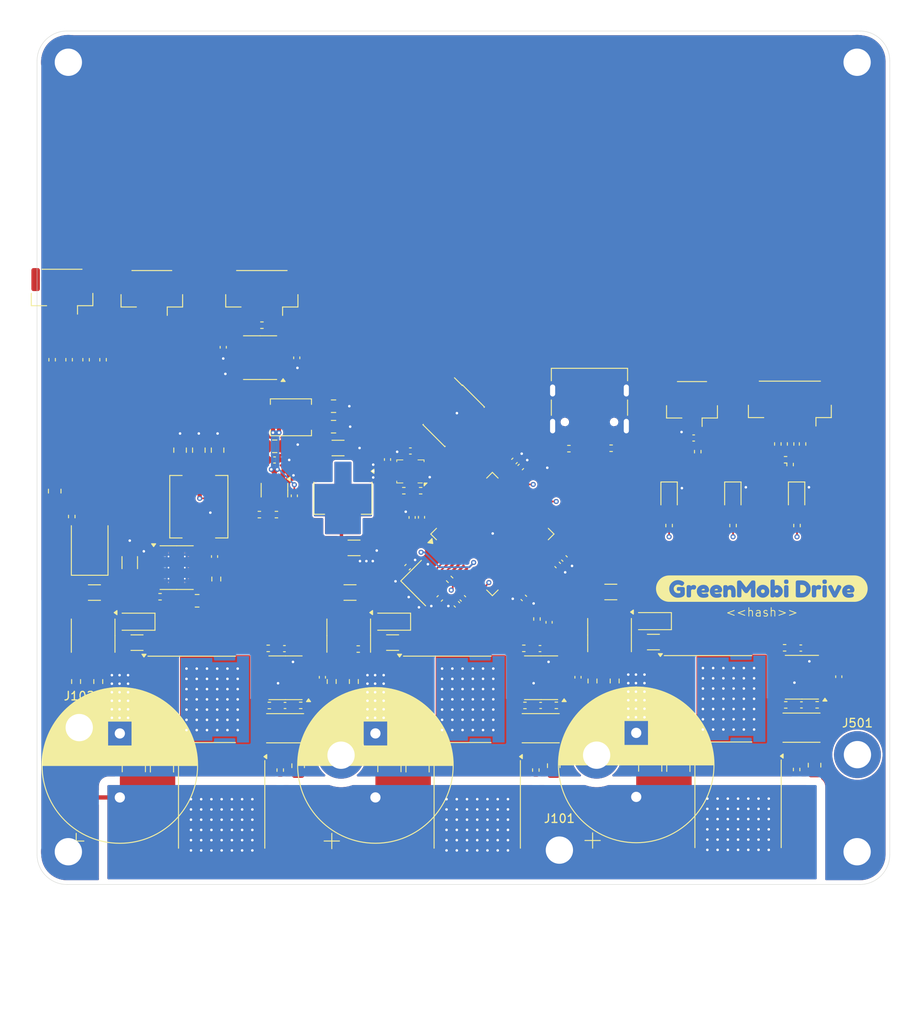
<source format=kicad_pcb>
(kicad_pcb (version 20241229) (generator "pcbnew") (generator_version "9.0")
  (layers (0 "F.Cu" signal) (2 "B.Cu" signal) (13 "F.Paste" user) (15 "B.Paste" user) (5 "F.SilkS" user "F.Silkscreen") (7 "B.SilkS" user "B.Silkscreen") (1 "F.Mask" user) (3 "B.Mask" user) (25 "Edge.Cuts" user))
  (net 0 "")
  (net 1 "GND")
  (net 2 "Net-(U201-PH0)")
  (net 3 "/mcu/SWIO")
  (net 4 "/mcu/SWCLK")
  (net 5 "/mcu/RESET")
  (net 6 "/mcu/SWO")
  (net 7 "Net-(U201-PH1)")
  (net 8 "Net-(U201-VCAP_1)")
  (net 9 "Net-(U201-VCAP_2)")
  (net 10 "+3.3V")
  (net 11 "Net-(U302-REF2)")
  (net 12 "Net-(U302-+)")
  (net 13 "/Interfaces/USB_DN")
  (net 14 "Net-(U302--)")
  (net 15 "Net-(U402-REF2)")
  (net 16 "Net-(U402-+)")
  (net 17 "Net-(U402--)")
  (net 18 "Net-(U502-REF2)")
  (net 19 "Net-(U502-+)")
  (net 20 "Net-(U502--)")
  (net 21 "Net-(U601-SW)")
  (net 22 "Net-(U601-BOOT)")
  (net 23 "Net-(U602-SW)")
  (net 24 "Net-(U602-BST)")
  (net 25 "/Interfaces/USB_DP")
  (net 26 "Net-(U602-FB)")
  (net 27 "Net-(D102-A)")
  (net 28 "/mcu/HALL3")
  (net 29 "Net-(D103-A)")
  (net 30 "Net-(D104-A)")
  (net 31 "Net-(J103-Pin_1)")
  (net 33 "Net-(J105-CC2)")
  (net 36 "/mcu/Vin")
  (net 40 "Net-(J105-CC1)")
  (net 42 "/mcu/HALL2")
  (net 43 "/mcu/LED_GREEN")
  (net 45 "/mcu/TEMP_MOTOR")
  (net 46 "Net-(J301-Pin_1)")
  (net 47 "Net-(J401-Pin_1)")
  (net 48 "/mcu/VDDA")
  (net 49 "/mcu/LED_RED")
  (net 50 "Net-(J501-Pin_1)")
  (net 51 "/Regulators/BAT")
  (net 52 "Net-(Q301-S)")
  (net 53 "/Interfaces/CAN_P")
  (net 54 "/mcu/HALL1")
  (net 55 "/Interfaces/CAN_N")
  (net 56 "+5V")
  (net 57 "/half-bridge/HIGH")
  (net 58 "/half-bridge/LOW")
  (net 59 "+12V")
  (net 60 "Net-(Q301-G)")
  (net 61 "Net-(Q302-G)")
  (net 62 "Net-(Q401-S)")
  (net 63 "Net-(Q401-G)")
  (net 64 "Net-(Q402-G)")
  (net 65 "/half-bridge/Phase_V")
  (net 66 "/half-bridge1/Phase_V")
  (net 67 "/half-bridge2/Phase_V")
  (net 68 "Net-(Q501-G)")
  (net 69 "Net-(Q501-S)")
  (net 70 "Net-(Q502-G)")
  (net 71 "Net-(U602-RON)")
  (net 72 "Net-(U601-FB)")
  (net 77 "/half-bridge/Current_sense")
  (net 78 "/half-bridge1/LOW")
  (net 79 "/half-bridge1/HIGH")
  (net 80 "/half-bridge/HS")
  (net 82 "/half-bridge/LS")
  (net 83 "/half-bridge1/Current_sense")
  (net 84 "/half-bridge1/HS")
  (net 85 "/half-bridge2/LOW")
  (net 87 "/half-bridge1/LS")
  (net 88 "/half-bridge2/HIGH")
  (net 89 "/half-bridge2/Current_sense")
  (net 90 "/mcu/EXT_ANALOG_1")
  (net 91 "Net-(J107-Pin_1)")
  (net 92 "/half-bridge2/HS")
  (net 93 "/half-bridge2/LS")
  (net 100 "Net-(J108-Pin_1)")
  (net 108 "/mcu/EXT_ANALOG_2")
  (net 113 "/mcu/MOS_TEMP")
  (net 116 "Net-(R304-Pad2)")
  (net 117 "Net-(R404-Pad2)")
  (net 118 "Net-(R504-Pad2)")
  (net 121 "/IMU_SCL")
  (net 122 "/IMU_SDA")
  (net 123 "Net-(D301-K)")
  (net 124 "Net-(D401-K)")
  (net 125 "Net-(D501-K)")
  (net 126 "/Interfaces/CAN_TX")
  (net 127 "/Interfaces/CAN_RX")
  (footprint "Resistor_SMD:R_0402_1005Metric" (layer "F.Cu") (at 124.850433 125.056023)
    (property "Reference" "R307" (hide yes))
    (property "Value" "1")
  )
  (footprint "Resistor_SMD:R_0402_1005Metric" (layer "F.Cu") (at 171.41 95.325 90)
    (property "Reference" "R108" (hide yes))
    (property "Value" "5.1k")
  )
  (footprint "Resistor_SMD:R_0402_1005Metric" (layer "F.Cu") (at 122.446895 132.635 -90)
    (property "Reference" "R303" (hide yes))
    (property "Value" "2.2k")
  )
  (footprint "Resistor_SMD:R_0402_1005Metric" (layer "F.Cu") (at 152.553836 114.934308 -90)
    (property "Reference" "R112" (hide yes))
    (property "Value" "5.1k")
  )
  (footprint "Resistor_SMD:R_0402_1005Metric" (layer "F.Cu") (at 142.314376 110.289376 135)
    (property "Reference" "R201" (hide yes))
    (property "Value" "5.1k" (hide yes))
  )
  (footprint "Resistor_SMD:R_0402_1005Metric" (layer "F.Cu") (at 121.170435 125.066023 180)
    (property "Reference" "R305" (hide yes))
    (property "Value" "1")
  )
  (footprint "MountingHole:MountingHole_3.2mm_M3_ISO14580_Pad_TopBottom" (layer "F.Cu") (at 129.578362 130.8926)
    (property "Reference" "J301")
    (property "Value" "Phase_OUT")
  )
  (footprint "Resistor_SMD:R_0402_1005Metric" (layer "F.Cu") (at 183.049999 103.985 90)
    (property "Reference" "R109" (hide yes))
    (property "Value" "220")
  )
  (footprint "Package_SO:SOIC-8_3.9x4.9mm_P1.27mm" (layer "F.Cu") (at 161.065762 116.819913 -90)
    (property "Reference" "U501" (hide yes))
    (property "Value" "IRS21867S")
  )
  (footprint "Resistor_SMD:R_0402_1005Metric" (layer "F.Cu") (at 182.300001 94.425 90)
    (property "Reference" "R105" (hide yes))
    (property "Value" "2.2k")
  )
  (footprint "Capacitor_SMD:C_0402_1005Metric" (layer "F.Cu") (at 157.363789 121.756923 -90)
    (property "Reference" "C404" (hide yes))
    (property "Value" "100n")
  )
  (footprint "Capacitor_SMD:C_1210_3225Metric" (layer "F.Cu") (at 138.550362 132.145899 90)
    (property "Reference" "C407" (hide yes))
    (property "Value" "4.7u")
  )
  (footprint "Capacitor_SMD:C_0402_1005Metric" (layer "F.Cu") (at 143.163836 113.214308 135)
    (property "Reference" "C208" (hide yes))
    (property "Value" "1u")
  )
  (footprint "Capacitor_SMD:C_0402_1005Metric" (layer "F.Cu") (at 183.495393 118.338313)
    (property "Reference" "C503" (hide yes))
    (property "Value" "1n")
  )
  (footprint "Resistor_SMD:R_0402_1005Metric" (layer "F.Cu") (at 97.688836 84.554309 90)
    (property "Reference" "R117" (hide yes))
    (property "Value" "0")
  )
  (footprint "LED_SMD:LED_0805_2012Metric" (layer "F.Cu") (at 168.050001 100.5625 -90)
    (property "Reference" "D104" (hide yes))
    (property "Value" "Blue")
  )
  (footprint "Connector_JST:JST_GH_SM05B-GHS-TB_1x05-1MP_P1.25mm_Horizontal" (layer "F.Cu") (at 182.21 89.625 180)
    (property "Reference" "J103" (hide yes))
    (property "Value" "Encoder/Hall")
  )
  (footprint "Capacitor_SMD:C_1206_3216Metric" (layer "F.Cu") (at 105.651562 117.702 180)
    (property "Reference" "C302" (hide yes))
    (property "Value" "1u")
  )
  (footprint "Resistor_SMD:R_0402_1005Metric" (layer "F.Cu") (at 98 102.927501 -90)
    (property "Reference" "R106" (hide yes))
    (property "Value" "2.2k")
  )
  (footprint "Capacitor_SMD:C_0402_1005Metric" (layer "F.Cu") (at 123.010435 125.066023 180)
    (property "Reference" "C305" (hide yes))
    (property "Value" "100n")
  )
  (footprint "Capacitor_SMD:C_1210_3225Metric" (layer "F.Cu") (at 135.250362 132.120901 90)
    (property "Reference" "C406" (hide yes))
    (property "Value" "4.7u")
  )
  (footprint "Resistor_SMD:R_0402_1005Metric" (layer "F.Cu") (at 136.940001 99.9)
    (property "Reference" "R203" (hide yes))
    (property "Value" "5.1k")
  )
  (footprint "Resistor_SMD:R_0402_1005Metric" (layer "F.Cu") (at 101.668836 84.554309 90)
    (property "Reference" "R119" (hide yes))
    (property "Value" "0")
  )
  (footprint "Capacitor_SMD:C_0805_2012Metric" (layer "F.Cu") (at 110.7 95.150001 90)
    (property "Reference" "C611" (hide yes))
    (property "Value" "4.7u")
  )
  (footprint "MountingHole:MountingHole_3.2mm_M3_ISO14580_Pad_TopBottom" (layer "F.Cu") (at 190.136859 130.825913)
    (property "Reference" "J501")
    (property "Value" "Phase_OUT")
  )
  (footprint "Resistor_SMD:R_0402_1005Metric" (layer "F.Cu") (at 99.678836 84.554308 90)
    (property "Reference" "R118" (hide yes))
    (property "Value" "0")
  )
  (footprint "Capacitor_SMD:C_0402_1005Metric" (layer "F.Cu") (at 124.384359 84.330405 -90)
    (property "Reference" "C106" (hide yes))
    (property "Value" "2.2u")
  )
  (footprint "Resistor_SMD:R_0402_1005Metric" (layer "F.Cu") (at 181.728932 124.999336 180)
    (property "Reference" "R505" (hide yes))
    (property "Value" "1")
  )
  (footprint "Diode_SMD:D_SMB" (layer "F.Cu") (at 100.1 106.15 90)
    (property "Reference" "D101" (hide yes))
    (property "Value" "SMBJ58A")
  )
  (footprint "Resistor_SMD:R_0805_2012Metric" (layer "F.Cu") (at 154.520251 132.1209 -90)
    (property "Reference" "R402" (hide yes))
    (property "Value" "56k")
  )
  (footprint "Resistor_SMD:R_0603_1608Metric" (layer "F.Cu") (at 98.507265 122.2616 -90)
    (property "Reference" "R309" (hide yes))
    (property "Value" "10")
  )
  (footprint "Package_SO:SOIC-8_3.9x4.9mm_P1.27mm" (layer "F.Cu") (at 183.62393 121.754336 180)
    (property "Reference" "U502" (hide yes))
    (property "Value" "INA240A2D")
  )
  (footprint "Inductor_SMD:L_0402_1005Metric" (layer "F.Cu") (at 127.390433 119.746023 -90)
    (property "Reference" "L301" (hide yes))
    (property "Value" "1k@100MHz")
  )
  (footprint "Connector_JST:JST_GH_SM03B-GHS-TB_1x03-1MP_P1.25mm_Horizontal" (layer "F.Cu") (at 96.863836 76.514308 180)
    (property "Reference" "J107" (hide yes))
    (property "Value" "ADC")
  )
  (footprint "Diode_SMD:D_SOD-123F" (layer "F.Cu") (at 166.108497 115.183313 180)
    (property "Reference" "D501" (hide yes))
    (property "Value" "PMEG2010EH")
  )
  (footprint "Resistor_SMD:R_0402_1005Metric" (layer "F.Cu") (at 95.698836 84.554308 90)
    (property "Reference" "R116" (hide yes))
    (property "Value" "0")
  )
  (footprint "Resistor_SMD:R_0402_1005Metric" (layer "F.Cu") (at 108.354614 112.327367)
    (property "Reference" "R601" (hide yes))
    (property "Value" "100k")
  )
  (footprint "Resistor_SMD:R_0402_1005Metric" (layer "F.Cu") (at 181.71 96.275)
    (property "Reference" "R104" (hide yes))
    (property "Value" "0")
  )
  (footprint "Capacitor_THT:CP_Radial_D18.0mm_P7.50mm" (layer "F.Cu") (at 133.609112 135.838571 90)
    (property "Reference" "C408" (hide yes))
    (property "Value" "820uF")
  )
  (footprint "Capacitor_SMD:C_0402_1005Metric" (layer "F.Cu") (at 124.1 100.5 90)
    (property "Reference" "C604" (hide yes))
    (property "Value" "100n")
  )
  (footprint "Capacitor_SMD:C_1206_3216Metric" (layer "F.Cu") (at 129.225 94.9)
    (property "Reference" "C610" (hide yes))
    (property "Value" "1u")
  )
  (footprint "Capacitor_SMD:C_0402_1005Metric" (layer "F.Cu") (at 137.708731 95.24741 180)
    (property "Reference" "C101" (hide yes))
    (property "Value" "100n")
  )
  (footprint "Resistor_SMD:R_0402_1005Metric" (layer "F.Cu") (at 180.800001 94.425 90)
    (property "Reference" "R107" (hide yes))
    (property "Value" "2.2k")
  )
  (footprint "Capacitor_SMD:C_0402_1005Metric" (layer "F.Cu") (at 115.763836 83.094308 -90)
    (property "Reference" "C105" (hide yes))
    (property "Value" "2.2u")
  )
  (footprint "Package_SO:SOIC-8_3.9x4.9mm_P1.27mm" (layer "F.Cu") (at 130.480621 116.8825 -90)
    (property "Reference" "U401" (hide yes))
    (property "Value" "IRS21867S")
  )
  (footprint "MountingHole:MountingHole_3.2mm_M3_ISO14580_Pad_TopBottom" (layer "F.Cu") (at 155.183749 142.012111)
    (property "Reference" "J101")
    (property "Value" "UBAT")
  )
  (footprint "Resistor_SMD:R_0402_1005Metric" (layer "F.Cu") (at 151.010252 118.3709 180)
    (property "Reference" "R404" (hide yes))
    (property "Value" "1k")
  )
  (footprint "Capacitor_SMD:C_1210_3225Metric" (layer "F.Cu") (at 169.135503 132.083312 90)
    (property "Reference" "C506" (hide yes))
    (property "Value" "4.7u")
  )
  (footprint "Package_TO_SOT_SMD:Infineon_PG-HSOF-8-1_ThermalVias" (layer "F.Cu") (at 112.127006 124.350001)
    (property "Reference" "Q302" (hide yes))
    (property "Value" "IPT015N10N5")
  )
  (footprint "Package_LGA:Bosch_LGA-14_3x2.5mm_P0.5mm" (layer "F.Cu") (at 137.713731 97.64241 180)
    (property "Reference" "U101" (hide yes))
    (property "Value" "BMI323")
  )
  (footprint "Resistor_SMD:R_2512_6332Metric" (layer "F.Cu") (at 183.575916 127.668422)
    (property "Reference" "R506" (hide yes))
    (property "Value" "0.2m")
  )
  (footprint "Capacitor_SMD:C_1210_3225Metric" (layer "F.Cu") (at 108.577006 132.149999 90)
    (property "Reference" "C306" (hide yes))
    (property "Value" "4.7u")
  )
  (footprint "Resistor_SMD:R_0603_1608Metric" (layer "F.Cu") (at 128.480621 122.2575 -90)
    (property "Reference" "R409" (hide yes))
    (property "Value" "10")
  )
  (footprint "Capacitor_SMD:C_0402_1005Metric" (layer "F.Cu") (at 154.982434 108.604964 -45)
    (property "Reference" "C205" (hide yes))
    (property "Value" "2.2u")
  )
  (footprint "Package_QFP:LQFP-64_10x10mm_P0.5mm" (layer "F.Cu") (at 147.325017 104.978789 45)
    (property "Reference" "U201" (hide yes))
    (property "Value" "STM32F405RGTx")
  )
  (footprint "MountingHole:MountingHole_3.2mm_M3_Pad" (layer "F.Cu") (at 97.6 142.2)
    (property "Reference" "H203" (hide yes))
    (property "Value" "Heatsink")
  )
  (footprint "Resistor_SMD:R_0402_1005Metric" (layer "F.Cu") (at 131.593836 118.454308 180)
    (property "Reference" "TH101" (hide yes))
    (property "Value" "10k")
  )
  (footprint "Connector_JST:JST_GH_SM02B-GHS-TB_1x02-1MP_P1.25mm_Horizontal" (layer "F.Cu") (at 170.735 89.675 180)
    (property "Reference" "J104" (hide yes))
    (property "Value" "Motor NTC")
  )
  (footprint "Capacitor_SMD:C_0402_1005Metric" (layer "F.Cu") (at 155.774392 107.841289 -45)
    (property "Reference" "C212" (hide yes))
    (property "Value" "100n")
  )
  (footprint "Package_TO_SOT_SMD:Infineon_PG-HSOF-8-1_ThermalVias" (layer "F.Cu") (at 176.135503 136.653313 -90)
    (property "Reference" "Q501" (hide yes))
    (property "Value" "IPT015N10N5")
  )
  (footprint "Package_TO_SOT_SMD:Infineon_PG-HSOF-8-1_ThermalVias" (layer "F.Cu") (at 172.685503 124.283314)
    (property "Reference" "Q502" (hide yes))
    (property "Value" "IPT015N10N5")
  )
  (footprint "Package_SO:SOIC-8_3.9x4.9mm_P1.27mm" (layer "F.Cu") (at 100.507265 116.8866 -90)
    (property "Reference" "U301" (hide yes))
    (property "Value" "IRS21867S")
  )
  (footprint "Capacitor_SMD:C_1206_3216Metric" (layer "F.Cu") (at 130.630621 111.8325 180)
    (property "Reference" "C401" (hide yes))
    (property "Value" "1u")
  )
  (footprint "Resistor_SMD:R_0402_1005Metric" (layer "F.Cu") (at 183.700001 94.425 90)
    (property "Reference" "R102" (hide yes))
    (property "Value" "2.2k")
  )
  (footprint "Capacitor_SMD:C_1206_3216Metric" (layer "F.Cu") (at 161.215762 111.769913 180)
    (property "Reference" "C501" (hide yes))
    (property "Value" "1u")
  )
  (footprint "Resistor_SMD:R_0805_2012Metric" (layer "F.Cu") (at 112.7 112.8)
    (property "Reference" "R606" (hide yes))
    (property "Value" "56k")
  )
  (footprint "Resistor_SMD:R_0805_2012Metric" (layer "F.Cu") (at 124.546895 132.125 -90)
    (property "Reference" "R302" (hide yes))
    (property "Value" "56k")
  )
  (footprint "Capacitor_SMD:C_0402_1005Metric" (layer "F.Cu") (at 121.78 96.3)
    (property "Reference" "C602" (hide yes))
    (property "Value" "100n")
  )
  (footprint "Capacitor_SMD:C_0805_2012Metric" (layer "F.Cu") (at 121.8 94.7)
    (property "Reference" "C601" (hide yes))
    (property "Value" "4.7u")
  )
  (footprint "Capacitor_SMD:C_1206_3216Metric" (layer "F.Cu") (at 135.624918 117.6979 180)
    (property "Reference" "C402" (hide yes))
    (property "Value" "1u")
  )
  (footprint "Inductor_SMD:L_0402_1005Metric" (layer "F.Cu") (at 157.363789 119.741923 -90)
    (property "Reference" "L401" (hide yes))
    (property "Value" "1k@100MHz")
  )
  (footprint "Capacitor_SMD:C_0402_1005Metric" (layer "F.Cu") (at 150.653247 97.124897 45)
    (property "Reference" "C207" (hide yes))
    (property "Value" "2.2u")
  )
  (footprint "Connector_PinHeader_1.27mm:PinHeader_2x05_P1.27mm_Vertical_SMD" (layer "F.Cu") (at 142.788927 91.131501 -45)
    (property "Reference" "J201" (hide yes))
    (property "Value" "Debug")
  )
  (footprint "Capacitor_SMD:C_1206_3216Metric" (layer "F.Cu") (at 104.8 108.327367 90)
    (property "Reference" "C603" (hide yes))
    (property "Value" "100n")
  )
  (footprint "Connector_JST:JST_GH_SM03B-GHS-TB_1x03-1MP_P1.25mm_Horizontal" (layer "F.Cu") (at 107.388836 76.664308 180)
    (property "Reference" "J108" (hide yes))
    (property "Value" "ADC")
  )
  (footprint "Crystal:Crystal_SMD_3225-4Pin_3.2x2.5mm" (layer "F.Cu") (at 139.246322 110.724032 -45)
    (property "Reference" "Y201" (hide yes))
    (property "Value" "8MHz")
  )
  (footprint "Package_TO_SOT_SMD:SOT-223-3_TabPin2" (layer "F.Cu") (at 129.8 100.75 -90)
    (property "Reference" "U603" (hide yes))
    (property "Value" "AMS1117-3.3")
  )
  (footprint "Capacitor_SMD:C_0402_1005Metric" (layer "F.Cu") (at 122.936896 118.405)
    (property "Reference" "C303" (hide yes))
    (property "Value" "1n")
  )
  (footprint "Capacitor_SMD:C_0402_1005Metric" (layer "F.Cu") (at 135.028731 96.247409 90)
    (property "Reference" "C102" (hide yes))
    (property "Value" "100n")
  )
  (footprint "Resistor_SMD:R_0402_1005Metric" (layer "F.Cu") (at 121.036896 118.375 180)
    (property "Reference" "R304" (hide yes))
    (property "Value" "1k")
  )
  (footprint "Resistor_SMD:R_0603_1608Metric" (layer "F.Cu") (at 161.665762 122.194913 -90)
    (property "Reference" "R508" (hide yes))
    (property "Value" "10")
  )
  (footprint "Resistor_SMD:R_0402_1005Metric" (layer "F.Cu") (at 154.823789 125.051923)
    (property "Reference" "R407" (hide yes))
    (property "Value" "1")
  )
  (footprint "Connector_JST:JST_GH_SM04B-GHS-TB_1x04-1MP_P1.25mm_Horizontal" (layer "F.Cu") (at 120.288836 76.664308 180)
    (property "Reference" "J106" (hide yes))
    (property "Value" "CAN")
  )
  (footprint "Resistor_SMD:R_2512_6332Metric" (layer "F.Cu") (at 123.017419 127.735109)
    (property "Reference" "R306" (hide yes))
    (property "Value" "0.2m")
  )
  (footprint "Capacitor_SMD:C_0402_1005Metric" (layer "F.Cu") (at 152.983791 125.061923 180)
    (property "Reference" "C405" (hide yes))
    (property "Value" "100n")
  )
  (footprint "Capacitor_SMD:C_0402_1005Metric" (layer "F.Cu") (at 139.013836 103.014309 90)
    (property "Reference" "C210" (hide yes))
    (property "Value" "100n")
  )
  (footprint "Capacitor_SMD:C_0402_1005Metric" (layer "F.Cu") (at 141.154392 112.521289 -135)
    (property "Reference" "C204" (hide yes))
    (property "Value" "10p")
  )
  (footprint "Resistor_SMD:R_0603_1608Metric" (layer "F.Cu") (at 114.95 110.25 -90)
    (property "Reference" "R605" (hide yes))
    (property "Value" "511k")
  )
  (footprint "Capacitor_SMD:C_0402_1005Metric" (layer "F.Cu") (at 137.384981 108.860701 45)
    (property "Reference" "C203" (hide yes))
    (property "Value" "10p")
  )
  (footprint "Resistor_SMD:R_0805_2012Metric" (layer "F.Cu") (at 96 99.95 -90)
    (property "Reference" "R103" (hide yes))
    (property "Value" "56k")
  )
  (footprint "Diode_SMD:D_SOD-123F" (layer "F.Cu") (at 105.55 115.25 180)
    (property "Reference" "D301" (hide yes))
    (property "Value" "PMEG2010EH")
  )
  (footprint "Capacitor_SMD:C_0805_2012Metric" (layer "F.Cu") (at 115.1 95.150001 90)
    (property "Reference" "C612" (hide yes))
    (property "Value" "4.7u")
  )
  (footprint "Resistor_SMD:R_0402_1005Metric" (layer "F.Cu") (at 175.55 103.985001 90)
    (property "Reference" "R110" (hide yes))
    (property "Value" "220")
  )
  (footprint "Capacitor_SMD:C_0402_1005Metric" (layer "F.Cu") (at 152.910252 118.4009)
    (property "Reference" "C403" (hide yes))
    (property "Value" "1n")
  )
  (footprint "Capacitor_SMD:C_0402_1005Metric" (layer "F.Cu") (at 114.744615 107.613158 90)
    (property "Reference" "C605" (hide yes))
    (property "Value" "2.2n")
  )
  (footprint "Capacitor_SMD:C_1206_3216Metric" (layer "F.Cu") (at 166.210059 117.635313 180)
    (property "Reference" "C502" (hide yes))
    (property "Value" "1u")
  )
  (footprint "Package_SO:SOIC-8_3.9x4.9mm_P1.27mm" (layer "F.Cu") (at 123.065433 121.821023 180)
    (property "Reference" "U302" (hide yes))
    (property "Value" "INA240A2D")
  )
  (footprint "Resistor_SMD:R_0402_1005Metric" (layer "F.Cu") (at 168.050001 103.985 90)
    (property "Reference" "R114" (hide yes))
    (property "Value" "220")
  )
  (footprint "Resistor_SMD:R_0402_1005Metric" (layer "F.Cu") (at 120 102.7 180)
    (property "Reference" "R603" (hide yes))
    (property "Value" "13.3k")
  )
  (footprint "Capacitor_SMD:C_0402_1005Metric" (layer "F.Cu") (at 153.975 115.32 -90)
    (property "Reference" "C104" (hide yes))
    (property "Value" "2.2u")
  )
  (footprint "Capacitor_SMD:C_1210_3225Metric" (layer "F.Cu") (at 105.277006 132.125001 90)
    (property "Reference" "C307" (hide yes))
    (property "Value" "4.7u")
  )
  (footprint "Inductor_SMD:L_KOHERelec_MDA7030" (layer "F.Cu") (at 112.9 101.777367 90)
    (property "Reference" "L602" (hide yes))
    (property "Value" "68u")
  )
  (footprint "Package_SO:SOIC-8_3.9x4.9mm_P1.27mm" (layer "F.Cu") (at 153.038789 121.816923 180)
    (property "Reference" "U402" (hide yes))
    (property "Value" "INA240A2D")
  )
  (footprint "Diode_SMD:D_SOD-123F" (layer "F.Cu") (at 135.523356 115.2459 180)
    (property "Reference" "D401" (hide yes))
    (property "Value" "PMEG2010EH")
  )
  (footprint "MountingHole:MountingHole_3.2mm_M3_Pad" (layer "F.Cu") (at 190.1 142.2)
    (property "Reference" "H204" (hide yes))
    (property "Value" "Heatsink")
  )
  (footprint "Capacitor_SMD:C_0805_2012Metric" (layer "F.Cu") (at 112.9 95.150001 90)
    (property "Reference" "C613" (hide yes))
    (property "Value" "4.7u")
  )
  (footprint "Inductor_SMD:L_Chilisin_BMRA00040420" (layer "F.Cu") (at 123.7 91.3)
    (property "Reference" "L601" (hide yes))
    (property "Value" "15u")
  )
  (footprint "LED_SMD:LED_0805_2012Metric" (layer "F.Cu") (at 183 100.5625 -90)
    (property "Reference" "D102" (hide yes))
    (property "Value" "Red")
  )
  (footprint "Package_SO:HSOP-8-1EP_3.9x4.9mm_P1.27mm_EP2.41x3.1mm_ThermalVias" (layer "F.Cu") (at 110.299615 108.913158)
    (property "Reference" "U602" (hide yes))
    (property "Value" "LM5163DDA")
  )
  (footprint "Package_TO_SOT_SMD:Infineon_PG-HSOF-8-1_ThermalVias" (layer "F.Cu") (at 142.100362 124.345901)
    (property "Reference" "Q402" (hide yes))
    (property "Value" "IPT015N10N5")
  )
  (footprint "Resistor_SMD:R_0402_1005Metric" (layer "F.Cu") (at 151.143791 125.061923 180)
    (property "Reference" "R405" (hide yes))
    (property "Value" "1")
  )
  (footprint "Resistor_SMD:R_2512_6332Metric" (layer "F.Cu") (at 152.990775 127.731009)
    (property "Reference" "R406" (hide yes))
    (property "Value" "0.2m")
  )
  (footprint "Package_TO_SOT_SMD:Infineon_PG-HSOF-8-1_ThermalVias" (layer "F.Cu") (at 115.577006 136.72 -90)
    (property "Reference" "Q301" (hide yes))
    (property "Value" "IPT015N10N5")
  )
  (footprint "Resistor_SMD:R_0603_1608Metric" (layer "F.Cu") (at 159.065762 122.194913 -90)
    (property "Reference" "R509" (hide yes))
    (property "Value" "10")
  )
  (footprint "Capacitor_SMD:C_0402_1005Metric" (layer "F.Cu") (at 127.390433 121.761023 -90)
    (property "Reference" "C304" (hide yes))
    (property "Value" "100n")
  )
  (footprint "Package_SO:SOIC-8_3.9x4.9mm_P1.27mm" (layer "F.Cu") (at 120.08436 84.310405 180)
    (property "Reference" "U102" (hide yes))
    (property "Value" "TJA1051T-3")
  )
  (footprint "Capacitor_SMD:C_0402_1005Metric" (layer "F.Cu") (at 143.863836 112.514308 135)
    (property "Reference" "C206" (hide yes))
    (property "Value" "100n")
  )
  (footprint "Package_TO_SOT_SMD:Infineon_PG-HSOF-8-1_ThermalVias" (layer "F.Cu") (at 145.550362 136.7159 -90)
    (property "Reference" "Q401" (hide yes))
    (property "Value" "IPT015N10N5")
  )
  (footprint "Resistor_SMD:R_0402_1005Metric" (layer "F.Cu") (at 156.3 94.975 180)
    (property "Reference" "R113" (hide yes))
    (property "Value" "5.1k")
  )
  (footprint "Capacitor_SMD:C_0805_2012Metric" (layer "F.Cu") (at 128.7 92.4)
    (property "Reference" "C607" (hide yes))
    (property "Value" "22u")
  )
  (footprint "MountingHole:MountingHole_3.2mm_M3_Pad" (layer "F.Cu") (at 97.6 49.7)
    (property "Reference" "H201" (hide yes))
    (property "Value" "Heatsink")
  )
  (footprint "Connector_USB:USB_C_Receptacle_Palconn_UTC16-G" (layer "F.Cu") (at 158.71 90.4 180)
    (property "Reference" "J105" (hide yes))
    (property "Value" "USB_C_Receptacle_USB2.0_14P")
  )
  (footprint "Capacitor_SMD:C_0402_1005Metric" (layer "F.Cu") (at 149.913836 96.414308 45)
    (property "Reference" "C211" (hide yes))
    (property "Value" "100n")
  )
  (footprint "Capacitor_THT:CP_Radial_D18.0mm_P7.50mm" (layer "F.Cu") (at 103.635756 135.842671 90)
    (property "Reference" "C308" (hide yes))
    (property "Value" "820uF")
  )
  (footprint "Resistor_SMD:R_0402_1005Metric" (layer "F.Cu") (at 152.420251 132.6309 -90)
    (property "Reference" "R403" (hide yes))
    (property "Value" "2.2k")
  )
  (footprint "Resistor_SMD:R_0603_1608Metric" (layer "F.Cu") (at 101.107265 122.2616 -90)
    (property "Reference" "R308" (hide yes))
    (property "Value" "10")
  )
  (footprint "Resistor_SMD:R_0402_1005Metric" (layer "F.Cu") (at 122 102.7 180)
    (property "Reference" "R602" (hide yes))
    (property "Value" "100k")
  )
  (footprint "Capacitor_SMD:C_0402_1005Metric" (layer "F.Cu") (at 183.568932 124.999336 180)
    (property "Reference" "C505" (hide yes))
    (property "Value" "100n")
  )
  (footprint "Resistor_SMD:R_0805_2012Metric" (layer "F.Cu") (at 185.105392 132.058313 -90)
    (property "Reference" "R502" (hide yes))
    (property "Value" "56k")
  )
  (footprint "Capacitor_SMD:C_0402_1005Metric" (layer "F.Cu") (at 151.013836 112.464308 -45)
    (property "Reference" "C213" (hide yes))
    (property "Value" "100n")
  )
  (footprint "Resistor_SMD:R_0402_1005Metric" (layer "F.Cu") (at 181.595393 118.308313 180)
    (property "Reference" "R504" (hide yes))
    (property "Value" "1k")
  )
  (footprint "Inductor_SMD:L_0402_1005Metric" (layer "F.Cu") (at 187.94893 119.679336 -90)
    (property "Reference" "L501" (hide yes))
    (property "Value" "1k@100MHz")
  )
  (footprint "MountingHole:MountingHole_3.2mm_M3_ISO14580_Pad_TopBottom" (layer "F.Cu") (at 98.876659 127.6563)
    (property "Reference" "J102")
    (property "Value" "GND")
  )
  (footprint "kibuzzard-6884DDAB" (layer "F.Cu") (at 178.925 111.375)
    (property "Reference" "kibuzzard-6884DDAB" (hide yes))
    (property "Value" "G***" (hide yes))
  )
  (footprint "LED_SMD:LED_0805_2012Metric" (layer "F.Cu") (at 175.525 100.5625 -90)
    (property "Reference" "D103" (hide yes))
    (property "Value" "Green")
  )
  (footprint "Resistor_SMD:R_0402_1005Metric" (layer "F.Cu") (at 138.915001 99.9 180)
    (property "Reference" "R204" (hide yes))
    (property "Value" "5.1k")
  )
  (footprint "Capacitor_SMD:C_1210_3225Metric" (layer "F.Cu") (at 165.835503 132.058314 90)
    (property "Reference" "C507" (hide yes))
    (property "Value" "4.7u")
  )
  (footprint "Package_TO_SOT_SMD:SOT-23-6" (layer "F.Cu") (at 121.769999 99.8375 -90)
    (property "Reference" "U601" (hide yes))
    (property "Value" "TPS54202DDC")
  )
  (footprint "Resistor_SMD:R_0402_1005Metric" (layer "F.Cu") (at 161.25 94.925)
    (property "Reference" "R111" (hide yes))
    (property "Value" "5.1k")
  )
  (footprint "Resistor_SMD:R_0402_1005Metric" (layer "F.Cu") (at 183.005392 132.568313 -90)
    (property "Reference" "R503" (hide yes))
    (property "Value" "2.2k")
  )
  (footprint "Resistor_SMD:R_0402_1005Metric" (layer "F.Cu") (at 182.240002 96.834999 90)
    (property "Reference" "R101" (hide yes))
    (property "Value" "0")
  )
  (footprint "MountingHole:MountingHole_3.2mm_M3_Pad" (layer "F.Cu") (at 190.1 49.7)
    (property "Reference" "H202" (hide yes))
    (property "Value" "Heatsink")
  )
  (footprint "Resistor_SMD:R_0402_1005Metric" (layer "F.Cu") (at 185.40893 124.989336)
    (property "Reference" "R507" (hide yes))
    (property "Value" "1")
  )
  (footprint "Capacitor_SMD:C_1206_3216Metric" (layer "F.Cu") (at 100.657265 111.8366 180)
    (property "Reference" "C301" (hide yes))
    (property "Value" "1u")
  )
  (footprint "Capacitor_SMD:C_1206_3216Metric" (layer "F.Cu") (at 131.1 106.6)
    (property "Reference" "C614" (hide yes))
    (property "Value" "1u")
  )
  (footprint "Capacitor_THT:CP_Radial_D18.0mm_P7.50mm" (layer "F.Cu") (at 164.194253 135.775984 90)
    (property "Reference" "C508" (hide yes))
    (property "Value" "820uF")
  )
  (footprint "Capacitor_SMD:C_0402_1005Metric" (layer "F.Cu") (at 187.94893 121.694336 -90)
    (property "Reference" "C504" (hide yes))
    (property "Value" "100n")
  )
  (footprint "MountingHole:MountingHole_3.2mm_M3_ISO14580_Pad_TopBottom" (layer "F.Cu") (at 159.551718 130.8885)
    (property "Reference" "J401")
    (property "Value" "Phase_OUT")
  )
  (footprint "Resistor_SMD:R_0603_1608Metric" (layer "F.Cu") (at 131.080621 122.2575 -90)
    (property "Reference" "R408" (hide yes))
    (property "Value" "10")
  )
  (footprint "Resistor_SMD:R_0402_1005Metric" (layer "F.Cu") (at 120.29936 80.505405 180)
    (property "Reference" "R115" (hide yes))
    (property "Value" "120")
  )
  (footprint "Capacitor_SMD:C_0402_1005Metric" (layer "F.Cu") (at 137.913836 103.034308 90)
    (property "Reference" "C209" (hide yes))
    (property "Value" "4.7u")
  )
  (footprint "Inductor_SMD:L_0402_1005Metric" (layer "F.Cu") (at 142.392947 114.507053 45)
    (property "Reference" "L201" (hide yes))
    (property "Value" "1k@100MHz")
  )
  (footprint "Capacitor_SMD:C_0805_2012Metric" (layer "F.Cu") (at 128.7 90)
    (property "Reference" "C606" (hide yes))
    (property "Value" "22u")
  )
  (footprint "Capacitor_SMD:C_0402_1005Metric" (layer "F.Cu") (at 170.93 93.725 180)
    (property "Reference" "C103" (hide yes))
    (property "Value" "100n")
  )
  (gr_line (start 190.429476 146.039891) (end 97.429476 146.039891) (stroke (width 0.05)) (layer "Edge.Cuts"))
  (gr_arc (start 190.429476 46.039891) (mid 192.904368 47.065008) (end 193.929476 49.539891) (stroke (width 0.05)) (layer "Edge.Cuts"))
  (gr_line (start 193.929476 49.539891) (end 193.929476 142.539891) (stroke (width 0.05)) (layer "Edge.Cuts"))
  (gr_arc (start 93.929476 49.539891) (mid 94.954604 47.065015) (end 97.429476 46.039891) (stroke (width 0.05)) (layer "Edge.Cuts"))
  (gr_arc (start 97.429476 146.039891) (mid 94.954621 145.014756) (end 93.929476 142.539891) (stroke (width 0.05)) (layer "Edge.Cuts"))
  (gr_line (start 97.429476 46.039891) (end 190.429476 46.039891) (stroke (width 0.05)) (layer "Edge.Cuts"))
  (gr_arc (start 193.929476 142.539891) (mid 192.904351 145.014762) (end 190.429476 146.039891) (stroke (width 0.05)) (layer "Edge.Cuts"))
  (gr_line (start 93.93 142.54) (end 93.93 49.54) (stroke (width 0.05)) (layer "Edge.Cuts"))
  (gr_text "<<hash>>" (at 178.925 114.725 0) (layer "F.SilkS") (effects (font (size 1 1) (thickness 0.1)) (justify bottom)))
  (segment (start 149.039751 111.289717) (end 149.713836 111.963802) (width 0.2) (layer "F.Cu") (net 1))
  (segment (start 112.9 94.200002) (end 112.9 93.2) (width 0.2) (layer "F.Cu") (net 1))
  (segment (start 132.575001 108.124999) (end 132.55 108.15) (width 0.2) (layer "F.Cu") (net 1))
  (segment (start 155.321845 108.944375) (end 155.343903 108.944375) (width 0.2) (layer "F.Cu") (net 1))
  (segment (start 139.423099 112.673571) (end 140.163836 113.414308) (width 0.2) (layer "F.Cu") (net 1))
  (segment (start 156.130228 108.1807) (end 156.663836 108.714308) (width 0.2) (layer "F.Cu") (net 1))
  (segment (start 104.8 106.852366) (end 104.8 105.75) (width 0.2) (layer "F.Cu") (net 1))
  (segment (start 124.249359 84.945405) (end 124.384359 84.810405) (width 0.2) (layer "F.Cu") (net 1))
  (segment (start 129.65 92.4) (end 130.65 92.4) (width 0.2) (layer "F.Cu") (net 1))
  (segment (start 117.60936 86.215405) (end 116.014933 86.215405) (width 0.2) (layer "F.Cu") (net 1))
  (segment (start 110.7 94.200002) (end 110.7 93.2) (width 0.2) (layer "F.Cu") (net 1))
  (segment (start 115.763836 83.574308) (end 115.763836 84.414308) (width 0.2) (layer "F.Cu") (net 1))
  (segment (start 151.542658 113.114308) (end 151.353247 112.924897) (width 0.2) (layer "F.Cu") (net 1))
  (segment (start 153.958789 119.911923) (end 153.913789 119.956923) (width 0.2) (layer "F.Cu") (net 1))
  (segment (start 115.1 94.200002) (end 115.1 93.2) (width 0.2) (layer "F.Cu") (net 1))
  (segment (start 181.14893 122.389336) (end 182.74393 122.389336) (width 0.2) (layer "F.Cu") (net 1))
  (segment (start 143.524425 112.174897) (end 143.524425 111.254255) (width 0.2) (layer "F.Cu") (net 1))
  (segment (start 150.253247 96.074897) (end 150.763836 95.564308) (width 0.2) (layer "F.Cu") (net 1))
  (segment (start 142.703247 112.874897) (end 142.163836 113.414308) (width 0.2) (layer "F.Cu") (net 1))
  (segment (start 155.343903 108.944375) (end 155.863836 109.464308) (width 0.2) (layer "F.Cu") (net 1))
  (segment (start 130.7 94.9) (end 131.75 94.9) (width 0.5) (layer "F.Cu") (net 1))
  (segment (start 133.3 108.15) (end 133.2 108.15) (width 0.2) (layer "F.Cu") (net 1))
  (segment (start 132.1 96.3) (end 130.7 94.9) (width 0.5) (layer "F.Cu") (net 1))
  (segment (start 139.423099 112.10289) (end 139.423099 112.673571) (width 0.2) (layer "F.Cu") (net 1))
  (segment (start 123.985433 119.916023) (end 123.940433 119.961023) (width 0.2) (layer "F.Cu") (net 1))
  (segment (start 122.55936 84.945405) (end 124.249359 84.945405) (width 0.2) (layer "F.Cu") (net 1))
  (segment (start 133.2 108.15) (end 132.575001 107.525001) (width 0.2) (layer "F.Cu") (net 1))
  (segment (start 143.524425 111.254255) (end 144.549623 110.229057) (width 0.2) (layer "F.Cu") (net 1))
  (segment (start 132.1 97.6) (end 132.1 96.3) (width 0.5) (layer "F.Cu") (net 1))
  (segment (start 120.590433 122.456023) (end 122.185433 122.456023) (width 0.2) (layer "F.Cu") (net 1))
  (segment (start 132.575001 107.374999) (end 131.8 108.15) (width 0.2) (layer "F.Cu") (net 1))
  (segment (start 156.113803 108.1807) (end 156.130228 108.1807) (width 0.2) (layer "F.Cu") (net 1))
  (segment (start 137.913836 102.554308) (end 137.353836 102.554308) (width 0.2) (layer "F.Cu") (net 1))
  (segment (start 152.158789 122.451923) (end 152.163789 122.456923) (width 0.2) (layer "F.Cu") (net 1))
  (segment (start 133.35 96.85) (end 133.35 98.35) (width 0.5) (layer "F.Cu") (net 1))
  (segment (start 140.814981 112.8607) (end 140.717444 112.8607) (width 0.2) (layer "F.Cu") (net 1))
  (segment (start 107.649615 107.008159) (end 106.458159 107.008159) (width 0.2) (layer "F.Cu") (net 1))
  (segment (start 124.384359 84.810405) (end 124.384359 85.434831) (width 0.2) (layer "F.Cu") (net 1))
  (segment (start 137.756854 108.52129) (end 138.263836 108.014308) (width 0.2) (layer "F.Cu") (net 1))
  (segment (start 182.74393 122.389336) (end 182.74893 122.394336) (width 0.2) (layer "F.Cu") (net 1))
  (segment (start 122.185433 122.456023) (end 122.190433 122.461023) (width 0.2) (layer "F.Cu") (net 1))
  (segment (start 132.575001 106.6) (end 132.575001 107.374999) (width 0.2) (layer "F.Cu") (net 1))
  (segment (start 106.458159 107.008159) (end 106.45 107) (width 0.2) (layer "F.Cu") (net 1))
  (segment (start 155.513789 119.911923) (end 153.958789 119.911923) (width 0.2) (layer "F.Cu") (net 1))
  (segment (start 140.717444 112.8607) (end 140.163836 113.414308) (width 0.2) (layer "F.Cu") (net 1))
  (segment (start 186.09893 119.849336) (end 184.54393 119.849336) (width 0.2) (layer "F.Cu") (net 1))
  (segment (start 116.014933 86.215405) (end 116.013836 86.214308) (width 0.2) (layer "F.Cu") (net 1))
  (segment (start 139.069545 109.345174) (end 139.069545 109.208599) (width 0.2) (layer "F.Cu") (net 1))
  (segment (start 150.992658 96.785486) (end 150.992658 96.735486) (width 0.2) (layer "F.Cu") (net 1))
  (segment (start 139.069545 109.208599) (end 139.763836 108.514308) (width 0.2) (layer "F.Cu") (net 1))
  (segment (start 149.713836 111.963802) (end 149.713836 112.564308) (width 0.2) (layer "F.Cu") (net 1))
  (segment (start 129.65 90) (end 130.55 90) (width 0.2) (layer "F.Cu") (net 1))
  (segment (start 184.54393 119.849336) (end 184.49893 119.894336) (width 0.2) (layer "F.Cu") (net 1))
  (segment (start 137.724392 108.52129) (end 137.756854 108.52129) (width 0.2) (layer "F.Cu") (net 1))
  (segment (start 124.384359 85.434831) (end 124.463836 85.514308) (width 0.2) (layer "F.Cu") (net 1))
  (segment (start 125.540433 119.916023) (end 123.985433 119.916023) (width 0.2) (layer "F.Cu") (net 1))
  (segment (start 142.824425 112.874897) (end 142.703247 112.874897) (width 0.2) (layer "F.Cu") (net 1))
  (segment (start 150.563789 122.451923) (end 152.158789 122.451923) (width 0.2) (layer "F.Cu") (net 1))
  (segment (start 151.353247 112.924897) (end 151.353247 112.803719) (width 0.2) (layer "F.Cu") (net 1))
  (segment (start 132.1 97.6) (end 133.35 97.6) (width 0.5) (layer "F.Cu") (net 1))
  (segment (start 137.353836 102.554308) (end 137.163836 102.364308) (width 0.2) (layer "F.Cu") (net 1))
  (segment (start 132.575001 107.525001) (end 132.575001 106.6) (width 0.2) (layer "F.Cu") (net 1))
  (segment (start 152.163836 113.114308) (end 151.542658 113.114308) (width 0.2) (layer "F.Cu") (net 1))
  (segment (start 132.575001 106.6) (end 132.575001 108.124999) (width 0.2) (layer "F.Cu") (net 1))
  (segment (start 150.992658 96.785486) (end 150.963836 96.785486) (width 0.2) (layer "F.Cu") (net 1))
  (segment (start 150.992658 96.735486) (end 151.413836 96.314308) (width 0.2) (layer "F.Cu") (net 1))
  (via (at 133.576713 126.510791) (size 0.6) (drill 0.3) (layers "F.Cu" "B.Cu") (net 1))
  (via (at 137.163836 102.364308) (size 0.6) (drill 0.3) (layers "F.Cu" "B.Cu") (net 1))
  (via (at 138.713836 113.564308) (size 0.6) (drill 0.3) (layers "F.Cu" "B.Cu") (net 1))
  (via (at 124.5 94.5) (size 0.6) (drill 0.3) (layers "F.Cu" "B.Cu") (net 1))
  (via (at 165.161854 122.448204) (size 0.6) (drill 0.3) (layers "F.Cu" "B.Cu") (net 1))
  (via (at 153.763836 97.214308) (size 0.6) (drill 0.3) (layers "F.Cu" "B.Cu") (net 1))
  (via (at 165.161854 121.448204) (size 0.6) (drill 0.3) (layers "F.Cu" "B.Cu") (net 1))
  (via (at 104.603357 123.514891) (size 0.6) (drill 0.3) (layers "F.Cu" "B.Cu") (net 1))
  (via (at 116.013836 86.214308) (size 0.6) (drill 0.3) (layers "F.Cu" "B.Cu") (net 1))
  (via (at 123.940433 119.961023) (size 0.6) (drill 0.3) (layers "F.Cu" "B.Cu") (net 1))
  (via (at 147.363836 104.914308) (size 0.6) (drill 0.3) (layers "F.Cu" "B.Cu") (net 1))
  (via (at 102.703357 125.514891) (size 0.6) (drill 0.3) (layers "F.Cu" "B.Cu") (net 1))
  (via (at 102.703357 122.514892) (size 0.6) (drill 0.3) (layers "F.Cu" "B.Cu") (net 1))
  (via (at 103.603357 121.514891) (size 0.6) (drill 0.3) (layers "F.Cu" "B.Cu") (net 1))
  (via (at 103.603358 122.514891) (size 0.6) (drill 0.3) (layers "F.Cu" "B.Cu") (net 1))
  (via (at 133.35 97.6) (size 0.6) (drill 0.3) (layers "F.Cu" "B.Cu") (net 1))
  (via (at 143.163836 90.814308) (size 0.6) (drill 0.3) (layers "F.Cu" "B.Cu") (net 1))
  (via (at 133.763836 106.914308) (size 0.6) (drill 0.3) (layers "F.Cu" "B.Cu") (net 1))
  (via (at 152.163836 113.114308) (size 0.6) (drill 0.3) (layers "F.Cu" "B.Cu") (net 1))
  (via (at 163.261854 124.448204) (size 0.6) (drill 0.3) (layers "F.Cu" "B.Cu") (net 1))
  (via (at 132.676713 125.510791) (size 0.6) (drill 0.3) (layers "F.Cu" "B.Cu") (net 1))
  (via (at 102.703357 126.514891) (size 0.6) (drill 0.3) (layers "F.Cu" "B.Cu") (net 1))
  (via (at 163.261854 122.448205) (size 0.6) (drill 0.3) (layers "F.Cu" "B.Cu") (net 1))
  (via (at 163.261854 123.448204) (size 0.6) (drill 0.3) (layers "F.Cu" "B.Cu") (net 1))
  (via (at 133.3 108.15) (size 0.6) (drill 0.3) (layers "F.Cu" "B.Cu") (net 1))
  (via (at 169.55 99.6) (size 0.6) (drill 0.3) (layers "F.Cu" "B.Cu") (net 1))
  (via (at 133.576713 125.510791) (size 0.6) (drill 0.3) (layers "F.Cu" "B.Cu") (net 1))
  (via (at 104.603357 122.514891) (size 0.6) (drill 0.3) (layers "F.Cu" "B.Cu") (net 1))
  (via (at 103.603357 123.514891) (size 0.6) (drill 0.3) (layers "F.Cu" "B.Cu") (net 1))
  (via (at 164.161854 126.448204) (size 0.6) (drill 0.3) (layers "F.Cu" "B.Cu") (net 1))
  (via (at 177.05 99.5) (size 0.6) (drill 0.3) (layers "F.Cu" "B.Cu") (net 1))
  (via (at 131.75 94.9) (size 0.6) (drill 0.3) (layers "F.Cu" "B.Cu") (net 1))
  (via (at 169.51 93.025) (size 0.6) (drill 0.3) (layers "F.Cu" "B.Cu") (net 1))
  (via (at 165.161854 126.448204) (size 0.6) (drill 0.3) (layers "F.Cu" "B.Cu") (net 1))
  (via (at 164.161854 125.448204) (size 0.6) (drill 0.3) (layers "F.Cu" "B.Cu") (net 1))
  (via (at 130.65 92.4) (size 0.6) (drill 0.3) (layers "F.Cu" "B.Cu") (net 1))
  (via (at 115.1 93.2) (size 0.6) (drill 0.3) (layers "F.Cu" "B.Cu") (net 1))
  (via (at 164.161855 122.448204) (size 0.6) (drill 0.3) (layers "F.Cu" "B.Cu") (net 1))
  (via (at 132.676713 121.510791) (size 0.6) (drill 0.3) (layers "F.Cu" "B.Cu") (net 1))
  (via (at 163.261854 121.448204) (size 0.6) (drill 0.3) (layers "F.Cu" "B.Cu") (net 1))
  (via (at 103.603357 124.514891) (size 0.6) (drill 0.3) (layers "F.Cu" "B.Cu") (net 1))
  (via (at 133.576713 121.510791) (size 0.6) (drill 0.3) (layers "F.Cu" "B.Cu") (net 1))
  (via (at 138.263836 108.014308) (size 0.6) (drill 0.3) (layers "F.Cu" "B.Cu") (net 1))
  (via (at 134.576713 124.510791) (size 0.6) (drill 0.3) (layers "F.Cu" "B.Cu") (net 1))
  (via (at 133.576713 123.510791) (size 0.6) (drill 0.3) (layers "F.Cu" "B.Cu") (net 1))
  (via (at 164.161854 124.448204) (size 0.6) (drill 0.3) (layers "F.Cu" "B.Cu") (net 1))
  (via (at 133.576713 124.510791) (size 0.6) (drill 0.3) (layers "F.Cu" "B.Cu") (net 1))
  (via (at 132.676713 124.510791) (size 0.6) (drill 0.3) (layers "F.Cu" "B.Cu") (net 1))
  (via (at 102.703357 124.514891) (size 0.6) (drill 0.3) (layers "F.Cu" "B.Cu") (net 1))
  (via (at 151.413836 96.314308) (size 0.6) (drill 0.3) (layers "F.Cu" "B.Cu") (net 1))
  (via (at 137.513836 112.364308) (size 0.6) (drill 0.3) (layers "F.Cu" "B.Cu") (net 1))
  (via (at 104.603357 126.514891) (size 0.6) (drill 0.3) (layers "F.Cu" "B.Cu") (net 1))
  (via (at 136.160102 95.343146) (size 0.6) (drill 0.3) (layers "F.Cu" "B.Cu") (net 1))
  (via (at 134.576713 122.510791) (size 0.6) (drill 0.3) (layers "F.Cu" "B.Cu") (net 1))
  (via (at 104.8 105.75) (size 0.6) (drill 0.3) (layers "F.Cu" "B.Cu") (net 1))
  (via (at 134.576713 123.510791) (size 0.6) (drill 0.3) (layers "F.Cu" "B.Cu") (net 1))
  (via (at 102.703357 123.514891) (size 0.6) (drill 0.3) (layers "F.Cu" "B.Cu") (net 1))
  (via (at 132.676713 123.510791) (size 0.6) (drill 0.3) (layers "F.Cu" "B.Cu") (net 1))
  (via (at 153.913789 119.956923) (size 0.6) (drill 0.3) (layers "F.Cu" "B.Cu") (net 1))
  (via (at 124 98.1) (size 0.6) (drill 0.3) (layers "F.Cu" "B.Cu") (net 1))
  (via (at 135.963836 110.514308) (size 0.6) (drill 0.3) (layers "F.Cu" "B.Cu") (net 1))
  (via (at 110.7 93.2) (size 0.6) (drill 0.3) (layers "F.Cu" "B.Cu") (net 1))
  (via (at 102.703357 121.514891) (size 0.6) (drill 0.3) (layers "F.Cu" "B.Cu") (net 1))
  (via (at 184.45 99.5) (size 0.6) (drill 0.3) (layers "F.Cu" "B.Cu") (net 1))
  (via (at 150.763836 95.564308) (size 0.6) (drill 0.3) (layers "F.Cu" "B.Cu") (net 1))
  (via (at 106.45 107) (size 0.6) (drill 0.3) (layers "F.Cu" "B.Cu") (net 1))
  (via (at 132.676713 122.510792) (size 0.6) (drill 0.3) (layers "F.Cu" "B.Cu") (net 1))
  (via (at 152.163789 122.456923) (size 0.6) (drill 0.3) (layers "F.Cu" "B.Cu") (net 1))
  (via (at 123.5 96.3) (size 0.6) (drill 0.3) (layers "F.Cu" "B.Cu") (net 1))
  (via (at 114.25 102.475) (size 0.6) (drill 0.3) (layers "F.Cu" "B.Cu") (net 1))
  (via (at 184.49893 119.894336) (size 0.6) (drill 0.3) (layers "F.Cu" "B.Cu") (net 1))
  (via (at 103.603357 125.514891) (size 0.6) (drill 0.3) (layers "F.Cu" "B.Cu") (net 1))
  (via (at 134.576713 121.510791) (size 0.6) (drill 0.3) (layers "F.Cu" "B.Cu") (net 1))
  (via (at 182.74893 122.394336) (size 0.6) (drill 0.3) (layers "F.Cu" "B.Cu") (net 1))
  (via (at 134.576713 125.510791) (size 0.6) (drill 0.3) (layers "F.Cu" "B.Cu") (net 1))
  (via (at 139.978478 98.312994) (size 0.6) (drill 0.3) (layers "F.Cu" "B.Cu") (net 1))
  (via (at 164.161854 123.448204) (size 0.6) (drill 0.3) (layers "F.Cu" "B.Cu") (net 1))
  (via (at 130.55 90) (size 0.6) (drill 0.3) (layers "F.Cu" "B.Cu") (net 1))
  (via (at 156.663836 108.714308) (size 0.6) (drill 0.3) (layers "F.Cu" "B.Cu") (net 1))
  (via (at 164.161854 121.448204) (size 0.6) (drill 0.3) (layers "F.Cu" "B.Cu") (net 1))
  (via (at 140.163836 113.414308) (size 0.6) (drill 0.3) (layers "F.Cu" "B.Cu") (net 1))
  (via (at 132.55 108.15) (size 0.6) (drill 0.3) (layers "F.Cu" "B.Cu") (net 1))
  (via (at 133.576714 122.510791) (size 0.6) (drill 0.3) (layers "F.Cu" "B.Cu") (net 1))
  (via (at 115.763836 84.414308) (size 0.6) (drill 0.3) (layers "F.Cu" "B.Cu") (net 1))
  (via (at 104.603357 124.514891) (size 0.6) (drill 0.3) (layers "F.Cu" "B.Cu") (net 1))
  (via (at 104.603357 121.514891) (size 0.6) (drill 0.3) (layers "F.Cu" "B.Cu") (net 1))
  (via (at 165.161854 125.448204) (size 0.6) (drill 0.3) (layers "F.Cu" "B.Cu") (net 1))
  (via (at 104.603357 125.514891) (size 0.6) (drill 0.3) (layers "F.Cu" "B.Cu") (net 1))
  (via (at 142.163836 113.414308) (size 0.6) (drill 0.3) (layers "F.Cu" "B.Cu") (net 1))
  (via (at 103.603357 126.514891) (size 0.6) (drill 0.3) (layers "F.Cu" "B.Cu") (net 1))
  (via (at 133.35 96.85) (size 0.6) (drill 0.3) (layers "F.Cu" "B.Cu") (net 1))
  (via (at 149.713836 112.564308) (size 0.6) (drill 0.3) (layers "F.Cu" "B.Cu") (net 1))
  (via (at 134.576713 126.510791) (size 0.6) (drill 0.3) (layers "F.Cu" "B.Cu") (net 1))
  (via (at 139.763836 108.514308) (size 0.6) (drill 0.3) (layers "F.Cu" "B.Cu") (net 1))
  (via (at 131.8 108.15) (size 0.6) (drill 0.3) (layers "F.Cu" "B.Cu") (net 1))
  (via (at 165.161854 123.448204) (size 0.6) (drill 0.3) (layers "F.Cu" "B.Cu") (net 1))
  (via (at 163.261854 126.448204) (size 0.6) (drill 0.3) (layers "F.Cu" "B.Cu") (net 1))
  (via (at 124.463836 85.514308) (size 0.6) (drill 0.3) (layers "F.Cu" "B.Cu") (net 1))
  (via (at 155.863836 109.464308) (size 0.6) (drill 0.3) (layers "F.Cu" "B.Cu") (net 1))
  (via (at 112.9 93.2) (size 0.6) (drill 0.3) (layers "F.Cu" "B.Cu") (net 1))
  (via (at 163.261854 125.448204) (size 0.6) (drill 0.3) (layers "F.Cu" "B.Cu") (net 1))
  (via (at 165.161854 124.448204) (size 0.6) (drill 0.3) (layers "F.Cu" "B.Cu") (net 1))
  (via (at 122.190433 122.461023) (size 0.6) (drill 0.3) (layers "F.Cu" "B.Cu") (net 1))
  (via (at 132.676713 126.510791) (size 0.6) (drill 0.3) (layers "F.Cu" "B.Cu") (net 1))
  (via (at 133.35 98.35) (size 0.6) (drill 0.3) (layers "F.Cu" "B.Cu") (net 1))
  (segment (start 132.55 108.15) (end 133.3 108.15) (width 0.2) (layer "B.Cu") (net 1))
  (segment (start 137.867464 110.547255) (end 137.885622 110.565413) (width 0.2) (layer "F.Cu") (net 2))
  (segment (start 137.867464 110.547255) (end 137.867464 110.022006) (width 0.2) (layer "F.Cu") (net 2))
  (segment (start 139.263519 110.565413) (end 142.074749 107.754183) (width 0.2) (layer "F.Cu") (net 2))
  (segment (start 137.867464 110.022006) (end 137.04557 109.200112) (width 0.2) (layer "F.Cu") (net 2))
  (segment (start 137.885622 110.565413) (end 139.263519 110.565413) (width 0.2) (layer "F.Cu") (net 2))
  (segment (start 152.013836 96.628394) (end 150.192739 98.449491) (width 0.2) (layer "F.Cu") (net 3))
  (segment (start 147.263836 90.714308) (end 152.013836 95.464308) (width 0.2) (layer "F.Cu") (net 3))
  (segment (start 145.963836 90.714308) (end 147.263836 90.714308) (width 0.2) (layer "F.Cu") (net 3))
  (segment (start 152.013836 95.464308) (end 152.013836 96.628394) (width 0.2) (layer "F.Cu") (net 3))
  (segment (start 150.192739 98.449491) (end 149.965227 98.449491) (width 0.2) (layer "F.Cu") (net 3))
  (segment (start 149.965227 98.449491) (end 149.393304 99.021414) (width 0.2) (layer "F.Cu") (net 3))
  (segment (start 145.663836 92.210359) (end 145.663836 93.414308) (width 0.2) (layer "F.Cu") (net 4))
  (segment (start 145.065811 91.612334) (end 145.663836 92.210359) (width 0.2) (layer "F.Cu") (net 4))
  (segment (start 144.763836 97.114308) (end 145.963836 98.314308) (width 0.2) (layer "F.Cu") (net 4))
  (segment (start 145.663836 93.414308) (end 144.763836 94.314308) (width 0.2) (layer "F.Cu") (net 4))
  (segment (start 144.763836 94.314308) (end 144.763836 97.114308) (width 0.2) (layer "F.Cu") (net 4))
  (segment (start 141.953752 109.289394) (end 142.781856 108.46129) (width 0.2) (layer "F.Cu") (net 5))
  (segment (start 141.953752 109.928752) (end 141.953752 109.289394) (width 0.2) (layer "F.Cu") (net 5))
  (segment (start 143.863836 100.414308) (end 143.821196 100.414308) (width 0.2) (layer "F.Cu") (net 6))
  (segment (start 140.62518 109.91086) (end 142.428303 108.107737) (width 0.2) (layer "F.Cu") (net 7))
  (segment (start 140.62518 110.900809) (end 140.62518 109.91086) (width 0.2) (layer "F.Cu") (net 7))
  (segment (start 140.62518 111.313255) (end 141.493803 112.181878) (width 0.2) (layer "F.Cu") (net 7))
  (segment (start 140.62518 110.900809) (end 140.62518 111.313255) (width 0.2) (layer "F.Cu") (net 7))
  (segment (start 154.643023 108.265553) (end 154.643023 107.700601) (width 0.2) (layer "F.Cu") (net 8))
  (segment (start 154.643023 107.700601) (end 153.635945 106.693523) (width 0.2) (layer "F.Cu") (net 8))
  (segment (start 150.243304 97.464308) (end 149.039751 98.667861) (width 0.2) (layer "F.Cu") (net 9))
  (segment (start 150.313836 97.464308) (end 150.243304 97.464308) (width 0.2) (layer "F.Cu") (net 9))
  (segment (start 138.213731 95.27241) (end 138.213731 96.62991) (width 0.2) (layer "F.Cu") (net 10))
  (segment (start 135.193732 96.89241) (end 136.451231 96.89241) (width 0.2) (layer "F.Cu") (net 10))
  (segment (start 142.675 110.65) (end 142.675 111.375) (width 0.2) (layer "F.Cu") (net 10))
  (segment (start 168.05 105.3) (end 168.05 104.495) (width 0.2) (layer "F.Cu") (net 10))
  (segment (start 117.60936 82.405405) (end 115.972739 82.405405) (width 0.2) (layer "F.Cu") (net 10))
  (segment (start 142.675 111.375) (end 142.5 111.55) (width 0.2) (layer "F.Cu") (net 10))
  (segment (start 135.028731 96.727409) (end 135.193732 96.89241) (width 0.2) (layer "F.Cu") (net 10))
  (segment (start 149.574425 97.426081) (end 148.686198 98.314308) (width 0.2) (layer "F.Cu") (net 10))
  (segment (start 140.537237 103.494309) (end 140.660536 103.617608) (width 0.2) (layer "F.Cu") (net 10))
  (segment (start 138.993837 103.514308) (end 139.013836 103.494309) (width 0.2) (layer "F.Cu") (net 10))
  (segment (start 129.624999 106.6) (end 129.624999 104.075) (width 0.4) (layer "F.Cu") (net 10))
  (segment (start 181.2 96.275) (end 171.85 96.275) (width 0.2) (layer "F.Cu") (net 10))
  (segment (start 137.913836 103.514308) (end 138.993837 103.514308) (width 0.2) (layer "F.Cu") (net 10))
  (segment (start 171.85 96.275) (end 171.41 95.835) (width 0.2) (layer "F.Cu") (net 10))
  (segment (start 149.574425 96.753719) (end 149.574425 97.426081) (width 0.2) (layer "F.Cu") (net 10))
  (segment (start 139.013836 103.494309) (end 140.537237 103.494309) (width 0.2) (layer "F.Cu") (net 10))
  (segment (start 150.582037 112.124897) (end 149.393304 110.936164) (width 0.2) (layer "F.Cu") (net 10))
  (segment (start 115.972739 82.405405) (end 115.763836 82.614308) (width 0.2) (layer "F.Cu") (net 10))
  (segment (start 129.624999 104.075) (end 129.8 103.899999) (width 0.4) (layer "F.Cu") (net 10))
  (segment (start 138.188731 95.24741) (end 138.213731 95.27241) (width 0.2) (layer "F.Cu") (net 10))
  (segment (start 155.151406 107.501878) (end 153.989498 106.33997) (width 0.2) (layer "F.Cu") (net 10))
  (segment (start 150.674425 112.124897) (end 150.582037 112.124897) (width 0.2) (layer "F.Cu") (net 10))
  (segment (start 155.434981 107.501878) (end 155.151406 107.501878) (width 0.2) (layer "F.Cu") (net 10))
  (via (at 168.05 105.3) (size 0.6) (drill 0.3) (layers "F.Cu" "B.Cu") (net 10))
  (via (at 142.5 111.55) (size 0.6) (drill 0.3) (layers "F.Cu" "B.Cu") (net 10))
  (segment (start 125.540433 121.186023) (end 120.590433 121.186023) (width 0.2) (layer "F.Cu") (net 11))
  (segment (start 122.530435 125.066023) (end 121.680435 125.066023) (width 0.2) (layer "F.Cu") (net 12))
  (segment (start 121.680435 125.066023) (end 121.680435 124.816025) (width 0.2) (layer "F.Cu") (net 12))
  (segment (start 121.680435 124.816025) (end 120.590433 123.726023) (width 0.2) (layer "F.Cu") (net 12))
  (segment (start 158.46 92.078) (end 158.46 92.91) (width 0.2) (layer "F.Cu") (net 13))
  (segment (start 158.509 92.029) (end 158.46 92.078) (width 0.2) (layer "F.Cu") (net 13))
  (segment (start 159.46 92.91) (end 159.46 92.078) (width 0.2) (layer "F.Cu") (net 13))
  (segment (start 159.46 92.078) (end 159.411 92.029) (width 0.2) (layer "F.Cu") (net 13))
  (segment (start 159.411 92.029) (end 158.509 92.029) (width 0.2) (layer "F.Cu") (net 13))
  (segment (start 124.340433 125.056023) (end 124.340433 124.926023) (width 0.2) (layer "F.Cu") (net 14))
  (segment (start 124.340433 125.056023) (end 123.500435 125.056023) (width 0.2) (layer "F.Cu") (net 14))
  (segment (start 123.500435 125.056023) (end 123.490435 125.066023) (width 0.2) (layer "F.Cu") (net 14))
  (segment (start 124.340433 124.926023) (end 125.540433 123.726023) (width 0.2) (layer "F.Cu") (net 14))
  (segment (start 155.513789 121.181923) (end 150.563789 121.181923) (width 0.2) (layer "F.Cu") (net 15))
  (segment (start 151.653791 124.811925) (end 150.563789 123.721923) (width 0.2) (layer "F.Cu") (net 16))
  (segment (start 152.503791 125.061923) (end 151.653791 125.061923) (width 0.2) (layer "F.Cu") (net 16))
  (segment (start 151.653791 125.061923) (end 151.653791 124.811925) (width 0.2) (layer "F.Cu") (net 16))
  (segment (start 154.313789 125.051923) (end 153.473791 125.051923) (width 0.2) (layer "F.Cu") (net 17))
  (segment (start 154.313789 125.051923) (end 154.313789 124.921923) (width 0.2) (layer "F.Cu") (net 17))
  (segment (start 154.313789 124.921923) (end 155.513789 123.721923) (width 0.2) (layer "F.Cu") (net 17))
  (segment (start 153.473791 125.051923) (end 153.463791 125.061923) (width 0.2) (layer "F.Cu") (net 17))
  (segment (start 186.09893 121.119336) (end 181.14893 121.119336) (width 0.2) (layer "F.Cu") (net 18))
  (segment (start 182.238932 124.749338) (end 181.14893 123.659336) (width 0.2) (layer "F.Cu") (net 19))
  (segment (start 182.238932 124.999336) (end 182.238932 124.749338) (width 0.2) (layer "F.Cu") (net 19))
  (segment (start 183.088932 124.999336) (end 182.238932 124.999336) (width 0.2) (layer "F.Cu") (net 19))
  (segment (start 184.89893 124.859336) (end 186.09893 123.659336) (width 0.2) (layer "F.Cu") (net 20))
  (segment (start 184.89893 124.989336) (end 184.058932 124.989336) (width 0.2) (layer "F.Cu") (net 20))
  (segment (start 184.89893 124.989336) (end 184.89893 124.859336) (width 0.2) (layer "F.Cu") (net 20))
  (segment (start 184.058932 124.989336) (end 184.048932 124.999336) (width 0.2) (layer "F.Cu") (net 20))
  (segment (start 124.1 100.02) (end 124.1 99.2) (width 0.2) (layer "F.Cu") (net 21))
  (segment (start 121.6 91.549999) (end 121.849999 91.3) (width 0.5) (layer "F.Cu") (net 21))
  (segment (start 121.769999 98.7) (end 121.769999 97.730001) (width 0.5) (layer "F.Cu") (net 21))
  (segment (start 121.769999 97.769999) (end 121.769999 98.7) (width 0.5) (layer "F.Cu") (net 21))
  (segment (start 122.3 91.750001) (end 121.849999 91.3) (width 0.5) (layer "F.Cu") (net 21))
  (segment (start 121.6 93.1) (end 121.6 91.549999) (width 0.5) (layer "F.Cu") (net 21))
  (segment (start 122.3 93.1) (end 122.3 91.750001) (width 0.5) (layer "F.Cu") (net 21))
  (segment (start 121.769999 97.730001) (end 122.1 97.4) (width 0.5) (layer "F.Cu") (net 21))
  (segment (start 121.4 97.4) (end 121.769999 97.769999) (width 0.5) (layer "F.Cu") (net 21))
  (via (at 122.1 97.4) (size 0.6) (drill 0.3) (layers "F.Cu" "B.Cu") (net 21))
  (via (at 122.3 93.1) (size 0.6) (drill 0.3) (layers "F.Cu" "B.Cu") (net 21))
  (via (at 124.1 99.2) (size 0.6) (drill 0.3) (layers "F.Cu" "B.Cu") (net 21))
  (via (at 121.6 93.1) (size 0.6) (drill 0.3) (layers "F.Cu" "B.Cu") (net 21))
  (via (at 121.4 97.4) (size 0.6) (drill 0.3) (layers "F.Cu" "B.Cu") (net 21))
  (segment (start 124.1 99.2) (end 122.3 97.4) (width 0.2) (layer "B.Cu") (net 21))
  (segment (start 121.6 93.1) (end 121.6 97.2) (width 0.5) (layer "B.Cu") (net 21))
  (segment (start 122.1 97.4) (end 122.1 93.3) (width 0.5) (layer "B.Cu") (net 21))
  (segment (start 121.6 97.2) (end 121.4 97.4) (width 0.5) (layer "B.Cu") (net 21))
  (segment (start 122.3 93.1) (end 121.6 93.1) (width 0.5) (layer "B.Cu") (net 21))
  (segment (start 122.3 97.4) (end 122.1 97.4) (width 0.2) (layer "B.Cu") (net 21))
  (segment (start 122.1 93.3) (end 122.3 93.1) (width 0.5) (layer "B.Cu") (net 21))
  (segment (start 124.095 100.975) (end 124.1 100.98) (width 0.2) (layer "F.Cu") (net 22))
  (segment (start 122.719998 100.975) (end 124.095 100.975) (width 0.2) (layer "F.Cu") (net 22))
  (segment (start 113.074614 107.133158) (end 112.949615 107.008159) (width 0.2) (layer "F.Cu") (net 23))
  (segment (start 158.96 93.742) (end 158.96 92.91) (width 0.2) (layer "F.Cu") (net 25))
  (segment (start 158.009 93.791) (end 158.911 93.791) (width 0.2) (layer "F.Cu") (net 25))
  (segment (start 158.911 93.791) (end 158.96 93.742) (width 0.2) (layer "F.Cu") (net 25))
  (segment (start 157.96 93.742) (end 158.009 93.791) (width 0.2) (layer "F.Cu") (net 25))
  (segment (start 157.96 92.91) (end 157.96 93.742) (width 0.2) (layer "F.Cu") (net 25))
  (segment (start 114.95 111.4625) (end 113.6125 112.8) (width 0.2) (layer "F.Cu") (net 26))
  (segment (start 114.693158 110.818158) (end 114.95 111.075) (width 0.2) (layer "F.Cu") (net 26))
  (segment (start 112.949615 110.818158) (end 114.693158 110.818158) (width 0.2) (layer "F.Cu") (net 26))
  (segment (start 114.95 111.075) (end 114.95 111.4625) (width 0.2) (layer "F.Cu") (net 26))
  (segment (start 183.05 103.475) (end 183.049999 101.55) (width 0.2) (layer "F.Cu") (net 27))
  (segment (start 183.049999 101.55) (end 183 101.5) (width 0.2) (layer "F.Cu") (net 27))
  (segment (start 180.96 93.755001) (end 180.800001 93.915) (width 0.2) (layer "F.Cu") (net 28))
  (segment (start 152.575285 102.134097) (end 153.147208 101.562174) (width 0.2) (layer "F.Cu") (net 28))
  (segment (start 153.147208 101.562174) (end 153.147208 101.491464) (width 0.2) (layer "F.Cu") (net 28))
  (segment (start 152.575285 102.203395) (end 152.575285 102.134097) (width 0.2) (layer "F.Cu") (net 28))
  (segment (start 180.96 91.475) (end 180.96 93.755001) (width 0.2) (layer "F.Cu") (net 28))
  (segment (start 175.525 103.45) (end 175.55 103.475) (width 0.2) (layer "F.Cu") (net 29))
  (segment (start 175.525 101.5) (end 175.525 103.45) (width 0.2) (layer "F.Cu") (net 29))
  (segment (start 168.05 103.475) (end 168.05 101.5) (width 0.2) (layer "F.Cu") (net 30))
  (segment (start 183.700001 94.935) (end 183.56 94.935) (width 0.2) (layer "F.Cu") (net 31))
  (segment (start 180.800001 94.934999) (end 180.840002 94.934999) (width 0.2) (layer "F.Cu") (net 31))
  (segment (start 182.230003 95.004997) (end 182.300001 94.934999) (width 0.2) (layer "F.Cu") (net 31))
  (segment (start 183.56 94.935) (end 182.22 96.275) (width 0.2) (layer "F.Cu") (net 31))
  (segment (start 180.840002 94.934999) (end 182.230003 96.325) (width 0.2) (layer "F.Cu") (net 31))
  (segment (start 184.71 93.925001) (end 184.71 91.475) (width 0.2) (layer "F.Cu") (net 31))
  (segment (start 183.700001 94.935) (end 184.71 93.925001) (width 0.2) (layer "F.Cu") (net 31))
  (segment (start 182.230003 96.325) (end 182.230003 95.004997) (width 0.2) (layer "F.Cu") (net 31))
  (segment (start 156.81 94.975) (end 156.96 94.825) (width 0.2) (layer "F.Cu") (net 33))
  (segment (start 156.96 94.825) (end 156.96 92.91) (width 0.2) (layer "F.Cu") (net 33))
  (segment (start 159.96 94.145) (end 159.96 92.91) (width 0.2) (layer "F.Cu") (net 40))
  (segment (start 160.74 94.925) (end 159.96 94.145) (width 0.2) (layer "F.Cu") (net 40))
  (segment (start 182.21 91.475) (end 182.21 93.824999) (width 0.2) (layer "F.Cu") (net 42))
  (segment (start 182.21 93.824999) (end 182.300001 93.915) (width 0.2) (layer "F.Cu") (net 42))
  (segment (start 175.55 104.495) (end 175.55 105.3) (width 0.2) (layer "F.Cu") (net 43))
  (via (at 175.55 105.3) (size 0.6) (drill 0.3) (layers "F.Cu" "B.Cu") (net 43))
  (segment (start 171.41 94.815) (end 171.41 93.725) (width 0.2) (layer "F.Cu") (net 45))
  (segment (start 171.36 93.675) (end 171.41 93.725) (width 0.2) (layer "F.Cu") (net 45))
  (segment (start 171.36 91.525) (end 171.36 93.675) (width 0.2) (layer "F.Cu") (net 45))
  (segment (start 142.89286 114.164106) (end 143.503247 113.553719) (width 0.2) (layer "F.Cu") (net 48))
  (segment (start 143.503247 113.553719) (end 144.203247 112.853719) (width 0.2) (layer "F.Cu") (net 48))
  (segment (start 142.735894 114.164106) (end 142.89286 114.164106) (width 0.2) (layer "F.Cu") (net 48))
  (segment (start 144.203247 111.282539) (end 144.903176 110.58261) (width 0.2) (layer "F.Cu") (net 48))
  (segment (start 144.203247 112.853719) (end 144.203247 111.282539) (width 0.2) (layer "F.Cu") (net 48))
  (segment (start 183.05 104.495) (end 183.05 105.3) (width 0.2) (layer "F.Cu") (net 49))
  (via (at 183.05 105.3) (size 0.6) (drill 0.3) (layers "F.Cu" "B.Cu") (net 49))
  (segment (start 100.442671 135.842671) (end 95.3 130.7) (width 0.5) (layer "F.Cu") (net 51))
  (segment (start 95.3 130.7) (end 95.3 113.100001) (width 0.5) (layer "F.Cu") (net 51))
  (segment (start 103.635756 135.842671) (end 100.442671 135.842671) (width 0.5) (layer "F.Cu") (net 51))
  (segment (start 95.3 113.100001) (end 100.1 108.300001) (width 0.5) (layer "F.Cu") (net 51))
  (segment (start 120.890433 127.735109) (end 121.090433 127.535109) (width 0.2) (layer "F.Cu") (net 52))
  (segment (start 121.090433 127.535109) (end 121.090433 126.035109) (width 0.2) (layer "F.Cu") (net 52))
  (segment (start 121.090433 126.035109) (end 120.660435 125.605111) (width 0.2) (layer "F.Cu") (net 52))
  (segment (start 120.054919 127.735109) (end 120.890433 127.735109) (width 0.2) (layer "F.Cu") (net 52))
  (segment (start 120.660435 125.605111) (end 120.660435 125.066023) (width 0.2) (layer "F.Cu") (net 52))
  (segment (start 120.913836 79.064308) (end 120.513836 79.464308) (width 0.2) (layer "F.Cu") (net 53))
  (segment (start 120.52436 79.631116) (end 120.52436 80.170405) (width 0.2) (layer "F.Cu") (net 53))
  (segment (start 117.60936 84.945405) (end 118.28436 84.945405) (width 0.2) (layer "F.Cu") (net 53))
  (segment (start 120.513836 79.464308) (end 120.513836 79.620592) (width 0.2) (layer "F.Cu") (net 53))
  (segment (start 120.52436 80.170405) (end 120.80936 80.455405) (width 0.2) (layer "F.Cu") (net 53))
  (segment (start 118.69436 84.535405) (end 119.197558 84.535405) (width 0.2) (layer "F.Cu") (net 53))
  (segment (start 120.52436 83.208603) (end 120.52436 81.270406) (width 0.2) (layer "F.Cu") (net 53))
  (segment (start 118.28436 84.945405) (end 118.69436 84.535405) (width 0.2) (layer "F.Cu") (net 53))
  (segment (start 120.913836 78.514308) (end 120.913836 79.064308) (width 0.2) (layer "F.Cu") (net 53))
  (segment (start 120.52436 81.270406) (end 120.80936 80.985406) (width 0.2) (layer "F.Cu") (net 53))
  (segment (start 120.80936 80.455405) (end 120.80936 80.505405) (width 0.2) (layer "F.Cu") (net 53))
  (segment (start 120.80936 80.985406) (end 120.80936 80.505405) (width 0.2) (layer "F.Cu") (net 53))
  (segment (start 119.197558 84.535405) (end 120.52436 83.208603) (width 0.2) (layer "F.Cu") (net 53))
  (segment (start 120.513836 79.620592) (end 120.52436 79.631116) (width 0.2) (layer "F.Cu") (net 53))
  (segment (start 183.46 91.475) (end 183.46 93.674999) (width 0.2) (layer "F.Cu") (net 54))
  (segment (start 152.509398 100.924364) (end 152.580108 100.924364) (width 0.2) (layer "F.Cu") (net 54))
  (segment (start 183.46 93.674999) (end 183.700001 93.915) (width 0.2) (layer "F.Cu") (net 54))
  (segment (start 151.868178 101.496288) (end 151.937474 101.496288) (width 0.2) (layer "F.Cu") (net 54))
  (segment (start 151.937474 101.496288) (end 152.509398 100.924364) (width 0.2) (layer "F.Cu") (net 54))
  (segment (start 119.011162 84.085405) (end 120.07436 83.022207) (width 0.2) (layer "F.Cu") (net 55))
  (segment (start 118.28436 83.675405) (end 118.69436 84.085405) (width 0.2) (layer "F.Cu") (net 55))
  (segment (start 119.78936 80.455405) (end 119.78936 80.505405) (width 0.2) (layer "F.Cu") (net 55))
  (segment (start 120.063836 79.464308) (end 120.063836 79.792798) (width 0.2) (layer "F.Cu") (net 55))
  (segment (start 119.663836 78.514308) (end 119.663836 79.064308) (width 0.2) (layer "F.Cu") (net 55))
  (segment (start 119.78936 80.985406) (end 119.78936 80.505405) (width 0.2) (layer "F.Cu") (net 55))
  (segment (start 120.07436 81.270406) (end 119.78936 80.985406) (width 0.2) (layer "F.Cu") (net 55))
  (segment (start 119.663836 79.064308) (end 120.063836 79.464308) (width 0.2) (layer "F.Cu") (net 55))
  (segment (start 120.07436 79.803322) (end 120.07436 80.170405) (width 0.2) (layer "F.Cu") (net 55))
  (segment (start 120.063836 79.792798) (end 120.07436 79.803322) (width 0.2) (layer "F.Cu") (net 55))
  (segment (start 120.07436 80.170405) (end 119.78936 80.455405) (width 0.2) (layer "F.Cu") (net 55))
  (segment (start 120.07436 83.022207) (end 120.07436 81.270406) (width 0.2) (layer "F.Cu") (net 55))
  (segment (start 117.60936 83.675405) (end 118.28436 83.675405) (width 0.2) (layer "F.Cu") (net 55))
  (segment (start 118.69436 84.085405) (end 119.011162 84.085405) (width 0.2) (layer "F.Cu") (net 55))
  (segment (start 122.509999 102.7) (end 124.1 102.7) (width 0.2) (layer "F.Cu") (net 56))
  (segment (start 125.550001 101.249999) (end 125.550001 91.3) (width 0.2) (layer "F.Cu") (net 56))
  (segment (start 124.1 102.7) (end 125.550001 101.249999) (width 0.2) (layer "F.Cu") (net 56))
  (segment (start 127.75 94.9) (end 127.75 97.35) (width 0.5) (layer "F.Cu") (net 56))
  (segment (start 127.75 92.4) (end 127.75 94.9) (width 0.5) (layer "F.Cu") (net 56))
  (segment (start 127.75 97.35) (end 127.5 97.6) (width 0.5) (layer "F.Cu") (net 56))
  (segment (start 120.649 96.951) (end 120.649 98.529) (width 0.5) (layer "F.Cu") (net 59))
  (segment (start 114.1 100.8) (end 113 100.8) (width 0.2) (layer "F.Cu") (net 59))
  (segment (start 114.95 109.425) (end 115.6 109.425) (width 0.2) (layer "F.Cu") (net 59))
  (segment (start 120.850001 94.7) (end 120.850001 95.850001) (width 0.5) (layer "F.Cu") (net 59))
  (segment (start 120.649 98.529) (end 120.82 98.7) (width 0.5) (layer "F.Cu") (net 59))
  (segment (start 120.850001 95.850001) (end 121.3 96.3) (width 0.5) (layer "F.Cu") (net 59))
  (segment (start 121.3 96.3) (end 120.649 96.951) (width 0.5) (layer "F.Cu") (net 59))
  (segment (start 113 99.027367) (end 112.9 98.927367) (width 0.5) (layer "F.Cu") (net 59))
  (segment (start 115.6 109.425) (end 116.15 108.875) (width 0.2) (layer "F.Cu") (net 59))
  (segment (start 116.15 108.875) (end 116.15 102.85) (width 0.2) (layer "F.Cu") (net 59))
  (segment (start 113 100.8) (end 113 99.027367) (width 0.5) (layer "F.Cu") (net 59))
  (segment (start 116.15 102.85) (end 114.1 100.8) (width 0.2) (layer "F.Cu") (net 59))
  (via (at 113 100.8) (size 0.6) (drill 0.3) (layers "F.Cu" "B.Cu") (net 59))
  (segment (start 151.063789 126.031009) (end 150.633791 125.601011) (width 0.2) (layer "F.Cu") (net 62))
  (segment (start 151.063789 127.531009) (end 151.063789 126.031009) (width 0.2) (layer "F.Cu") (net 62))
  (segment (start 150.633791 125.601011) (end 150.633791 125.061923) (width 0.2) (layer "F.Cu") (net 62))
  (segment (start 150.863789 127.731009) (end 151.063789 127.531009) (width 0.2) (layer "F.Cu") (net 62))
  (segment (start 150.028275 127.731009) (end 150.863789 127.731009) (width 0.2) (layer "F.Cu") (net 62))
  (segment (start 146.913836 110.69327) (end 145.963836 111.64327) (width 0.2) (layer "F.Cu") (net 67))
  (segment (start 146.913836 110.664308) (end 146.913836 110.69327) (width 0.2) (layer "F.Cu") (net 67))
  (via (at 146.913836 110.664308) (size 0.6) (drill 0.3) (layers "F.Cu" "B.Cu") (net 67))
  (segment (start 181.218932 125.538424) (end 181.218932 124.999336) (width 0.2) (layer "F.Cu") (net 69))
  (segment (start 181.44893 127.668422) (end 181.64893 127.468422) (width 0.2) (layer "F.Cu") (net 69))
  (segment (start 181.64893 125.968422) (end 181.218932 125.538424) (width 0.2) (layer "F.Cu") (net 69))
  (segment (start 180.613416 127.668422) (end 181.44893 127.668422) (width 0.2) (layer "F.Cu") (net 69))
  (segment (start 181.64893 127.468422) (end 181.64893 125.968422) (width 0.2) (layer "F.Cu") (net 69))
  (segment (start 121.490001 102.7) (end 120.509999 102.7) (width 0.2) (layer "F.Cu") (net 72))
  (segment (start 120.82 102.389999) (end 120.509999 102.7) (width 0.2) (layer "F.Cu") (net 72))
  (segment (start 120.82 100.975) (end 120.82 102.389999) (width 0.2) (layer "F.Cu") (net 72))
  (segment (start 154.813836 101.164308) (end 154.321478 101.164308) (width 0.2) (layer "F.Cu") (net 85))
  (segment (start 154.321478 101.164308) (end 152.928838 102.556948) (width 0.2) (layer "F.Cu") (net 85))
  (via (at 154.813836 101.164308) (size 0.6) (drill 0.3) (layers "F.Cu" "B.Cu") (net 85))
  (segment (start 151.371732 99.164308) (end 150.453965 100.082075) (width 0.2) (layer "F.Cu") (net 88))
  (segment (start 152.113836 99.164308) (end 151.371732 99.164308) (width 0.2) (layer "F.Cu") (net 88))
  (via (at 152.113836 99.164308) (size 0.6) (drill 0.3) (layers "F.Cu" "B.Cu") (net 88))
  (segment (start 144.500158 108.864308) (end 143.842516 109.52195) (width 0.2) (layer "F.Cu") (net 89))
  (segment (start 144.613836 108.864308) (end 144.500158 108.864308) (width 0.2) (layer "F.Cu") (net 89))
  (segment (start 145.129358 108.312315) (end 145.129358 108.348786) (width 0.2) (layer "F.Cu") (net 89))
  (segment (start 145.129358 108.348786) (end 144.613836 108.864308) (width 0.2) (layer "F.Cu") (net 89))
  (via (at 145.129358 108.312315) (size 0.6) (drill 0.3) (layers "F.Cu" "B.Cu") (net 89))
  (via (at 138.963836 107.114308) (size 0.6) (drill 0.3) (layers "F.Cu" "B.Cu") (net 89))
  (segment (start 138.963836 107.114308) (end 139.363837 107.114308) (width 0.2) (layer "B.Cu") (net 89))
  (segment (start 145.129358 108.348786) (end 145.129358 108.312315) (width 0.2) (layer "B.Cu") (net 89))
  (segment (start 139.363837 107.114308) (end 141.113837 108.864308) (width 0.2) (layer "B.Cu") (net 89))
  (segment (start 144.613836 108.864308) (end 145.129358 108.348786) (width 0.2) (layer "B.Cu") (net 89))
  (segment (start 141.113837 108.864308) (end 144.613836 108.864308) (width 0.2) (layer "B.Cu") (net 89))
  (zone (net 1) (net_name "GND") (layer "F.Cu") (priority 7) (connect_pads yes (clearance 0.1)) (min_thickness 0.25) (fill yes (thermal_gap 0.5) (thermal_bridge_width 0.5) (island_removal_mode 1) (island_area_min 10))
    (polygon (pts (xy 170.743477 131.260704) (xy 164.50659 131.260704) (xy 162.557378 128.908313) (xy 168.894253 128.920813) (xy 170.723729 129.860704)))
  )
  (zone (net 52) (net_name "Net-(Q301-S)") (layer "F.Cu") (priority 8) (connect_pads yes (clearance 0.1)) (min_thickness 0.25) (fill yes (thermal_gap 0.5) (thermal_bridge_width 0.5) (island_removal_mode 1) (island_area_min 10))
    (polygon (pts (xy 118.946895 129.575) (xy 118.946895 132.914891) (xy 111.046895 132.914891) (xy 110.703357 129.575)))
  )
  (zone (net 51) (net_name "/Regulators/BAT") (layer "F.Cu") (priority 5) (connect_pads yes (clearance 0.1)) (min_thickness 0.25) (fill yes (thermal_gap 0.5) (thermal_bridge_width 0.5))
    (polygon (pts (xy 103.635756 132.9875) (xy 110.135756 132.9875) (xy 110.135756 135.4875) (xy 103.635756 135.3875)))
  )
  (zone (net 56) (net_name "+5V") (layer "F.Cu") (priority 11) (connect_pads yes (clearance 0.1)) (min_thickness 0.2) (fill yes (thermal_gap 0.3) (thermal_bridge_width 0.5) (island_removal_mode 1) (island_area_min 10))
    (polygon (pts (xy 124.6 89.8) (xy 126.4 89.8) (xy 127.3 89.3) (xy 128.3 89.3) (xy 128.3 93.2) (xy 127.3 93.2) (xy 126.3 92.7) (xy 124.6 92.7)))
  )
  (zone (net 62) (net_name "Net-(Q401-S)") (layer "F.Cu") (priority 8) (connect_pads yes (clearance 0.1)) (min_thickness 0.25) (fill yes (thermal_gap 0.5) (thermal_bridge_width 0.5) (island_removal_mode 1) (island_area_min 10))
    (polygon (pts (xy 148.920251 129.5709) (xy 148.920251 132.910791) (xy 141.020251 132.910791) (xy 140.676713 129.5709)))
  )
  (zone (net 52) (net_name "Net-(Q301-S)") (layer "F.Cu") (priority 6) (connect_pads yes (clearance 0.1)) (min_thickness 0.25) (fill yes (thermal_gap 0.5) (thermal_bridge_width 0.5))
    (polygon (pts (xy 110.703357 129.575) (xy 120.446895 129.675) (xy 120.446895 126.075) (xy 118.946895 124.275) (xy 118.946895 119.175) (xy 110.703357 119.175)))
  )
  (zone (net 69) (net_name "Net-(Q501-S)") (layer "F.Cu") (priority 6) (connect_pads yes (clearance 0.1)) (min_thickness 0.25) (fill yes (thermal_gap 0.5) (thermal_bridge_width 0.5))
    (polygon (pts (xy 171.261854 129.508313) (xy 181.005392 129.608313) (xy 181.005392 126.008313) (xy 179.505392 124.208313) (xy 179.505392 119.108313) (xy 171.261854 119.108313)))
  )
  (zone (net 51) (net_name "/Regulators/BAT") (layer "F.Cu") (priority 5) (connect_pads yes (clearance 0.1)) (min_thickness 0.25) (fill yes (thermal_gap 0.5) (thermal_bridge_width 0.5))
    (polygon (pts (xy 133.609112 132.9834) (xy 140.109112 132.9834) (xy 140.109112 135.4834) (xy 133.609112 135.3834)))
  )
  (zone (net 1) (net_name "GND") (layer "F.Cu") (priority 3) (connect_pads yes (clearance 0.1)) (min_thickness 0.25) (fill yes (thermal_gap 0.5) (thermal_bridge_width 0.5))
    (polygon (pts (xy 108.335756 128.9875) (xy 101.998881 128.975) (xy 102.003357 120.914891) (xy 108.335756 120.8875)))
  )
  (zone (net 69) (net_name "Net-(Q501-S)") (layer "F.Cu") (priority 8) (connect_pads yes (clearance 0.1)) (min_thickness 0.25) (fill yes (thermal_gap 0.5) (thermal_bridge_width 0.5) (island_removal_mode 1) (island_area_min 10))
    (polygon (pts (xy 179.505392 129.508313) (xy 179.505392 132.848204) (xy 171.605392 132.848204) (xy 171.261854 129.508313)))
  )
  (zone (net 62) (net_name "Net-(Q401-S)") (layer "F.Cu") (priority 6) (connect_pads yes (clearance 0.1)) (min_thickness 0.25) (fill yes (thermal_gap 0.5) (thermal_bridge_width 0.5))
    (polygon (pts (xy 140.676713 129.5709) (xy 150.420251 129.6709) (xy 150.420251 126.0709) (xy 148.920251 124.2709) (xy 148.920251 119.1709) (xy 140.676713 119.1709)))
  )
  (zone (net 1) (net_name "GND") (layer "F.Cu") (priority 3) (connect_pads yes (clearance 0.1)) (min_thickness 0.25) (fill yes (thermal_gap 0.5) (thermal_bridge_width 0.5))
    (polygon (pts (xy 138.797253 125.7338) (xy 132.460378 125.7213) (xy 132.464854 117.661191) (xy 138.797253 117.6338)))
  )
  (zone (net 1) (net_name "GND") (layer "F.Cu") (priority 3) (connect_pads yes (clearance 0.1)) (min_thickness 0.25) (fill yes (thermal_gap 0.5) (thermal_bridge_width 0.5))
    (polygon (pts (xy 138.309112 128.9834) (xy 131.972237 128.9709) (xy 131.976713 120.910791) (xy 138.309112 120.8834)))
  )
  (zone (net 69) (net_name "Net-(Q501-S)") (layer "F.Cu") (priority 6) (connect_pads yes (clearance 0.1)) (min_thickness 0.25) (fill yes (thermal_gap 0.5) (thermal_bridge_width 0.5))
    (polygon (pts (xy 171.261854 129.508313) (xy 181.005392 129.608313) (xy 181.005392 126.008313) (xy 179.505392 124.208313) (xy 179.505392 119.108313) (xy 171.261854 119.108313)))
  )
  (zone (net 59) (net_name "+12V") (layer "F.Cu") (priority 9) (connect_pads yes (clearance 0.1)) (min_thickness 0.2) (fill yes (thermal_gap 0.3) (thermal_bridge_width 0.5) (island_removal_mode 1) (island_area_min 10))
    (polygon (pts (xy 111.1 100.2) (xy 114.8 100.2) (xy 116 96.7) (xy 116 95.5) (xy 109.9 95.5) (xy 109.9 96.6)))
  )
  (zone (net 51) (net_name "/Regulators/BAT") (layer "F.Cu") (priority 5) (connect_pads yes (clearance 0.1)) (min_thickness 0.25) (fill yes (thermal_gap 0.5) (thermal_bridge_width 0.5))
    (polygon (pts (xy 164.194253 132.920813) (xy 170.694253 132.920813) (xy 170.694253 135.420813) (xy 164.194253 135.320813)))
  )
  (zone (net 1) (net_name "GND") (layer "F.Cu") (priority 7) (connect_pads yes (clearance 0.1)) (min_thickness 0.25) (fill yes (thermal_gap 0.5) (thermal_bridge_width 0.5) (island_removal_mode 1) (island_area_min 10))
    (polygon (pts (xy 110.18498 131.327391) (xy 103.948093 131.327391) (xy 101.998881 128.975) (xy 108.335756 128.9875) (xy 110.165232 129.927391)))
  )
  (zone (net 1) (net_name "GND") (layer "F.Cu") (priority 3) (connect_pads yes (clearance 0.1)) (min_thickness 0.25) (fill yes (thermal_gap 0.5) (thermal_bridge_width 0.5))
    (polygon (pts (xy 168.894253 128.920813) (xy 162.557378 128.908313) (xy 162.561854 120.848204) (xy 168.894253 120.820813)))
  )
  (zone (net 62) (net_name "Net-(Q401-S)") (layer "F.Cu") (priority 6) (connect_pads yes (clearance 0.1)) (min_thickness 0.25) (fill yes (thermal_gap 0.5) (thermal_bridge_width 0.5))
    (polygon (pts (xy 140.676713 129.5709) (xy 150.420251 129.6709) (xy 150.420251 126.0709) (xy 148.920251 124.2709) (xy 148.920251 119.1709) (xy 140.676713 119.1709)))
  )
  (zone (net 1) (net_name "GND") (layer "F.Cu") (priority 3) (connect_pads yes (clearance 0.1)) (min_thickness 0.25) (fill yes (thermal_gap 0.5) (thermal_bridge_width 0.5))
    (polygon (pts (xy 108.335756 125.7796) (xy 101.998881 125.7671) (xy 102.003357 117.706991) (xy 108.335756 117.6796)))
  )
  (zone (net 1) (net_name "GND") (layer "F.Cu") (priority 7) (connect_pads yes (clearance 0.1)) (min_thickness 0.25) (fill yes (thermal_gap 0.5) (thermal_bridge_width 0.5) (island_removal_mode 1) (island_area_min 10))
    (polygon (pts (xy 140.158336 131.323291) (xy 133.921449 131.323291) (xy 131.972237 128.9709) (xy 138.309112 128.9834) (xy 140.138588 129.923291)))
  )
  (zone (net 1) (net_name "GND") (layer "F.Cu") (connect_pads (clearance 0.1)) (min_thickness 0.25) (fill yes (thermal_gap 0.2) (thermal_bridge_width 0.5))
    (polygon (pts (xy 91.25 44.55) (xy 196.6 44.05) (xy 197.377731 148.810363) (xy 90.468733 148.458523)))
  )
  (zone (net 23) (net_name "Net-(U602-SW)") (layer "F.Cu") (priority 1) (connect_pads yes (clearance 0.1)) (min_thickness 0.25) (fill yes (thermal_gap 0.5) (thermal_bridge_width 0.5) (island_removal_mode 1) (island_area_min 10))
    (polygon (pts (xy 112.1 107.5) (xy 112.1 106.6) (xy 111.1 105.8) (xy 111.1 103.4) (xy 114.7 103.4) (xy 114.7 106) (xy 115.2 106.75) (xy 115.2 107.5)))
  )
  (zone (net 52) (net_name "Net-(Q301-S)") (layer "F.Cu") (priority 6) (connect_pads yes (clearance 0.1)) (min_thickness 0.25) (fill yes (thermal_gap 0.5) (thermal_bridge_width 0.5))
    (polygon (pts (xy 110.703357 129.575) (xy 120.446895 129.675) (xy 120.446895 126.075) (xy 118.946895 124.275) (xy 118.946895 119.175) (xy 110.703357 119.175)))
  )
  (zone (net 51) (net_name "/Regulators/BAT") (layers "F.Cu" "B.Cu") (priority 4) (connect_pads yes (clearance 1)) (min_thickness 0.25) (fill yes (thermal_gap 0.5) (thermal_bridge_width 0.5) (island_removal_mode 1) (island_area_min 10))
    (polygon (pts (xy 102.180212 134.387392) (xy 102.180212 145.437392) (xy 185.360212 145.437392) (xy 185.360212 134.387392)))
  )
  (zone (net 10) (net_name "+3.3V") (layers "F.Cu" "B.Cu") (priority 12) (connect_pads yes (clearance 0.1)) (min_thickness 0.2) (fill yes (thermal_gap 0.3) (thermal_bridge_width 0.5) (island_removal_mode 1) (island_area_min 10))
    (polygon (pts (xy 131.9 105) (xy 131.9 102.9) (xy 133.2 102.9) (xy 133.2 99.1) (xy 130.8 99.1) (xy 130.8 96.5) (xy 128.8 96.5) (xy 128.8 99.1) (xy 126.4 99.1) (xy 126.4 102.9) (xy 127.7 102.9) (xy 127.7 105)))
  )
  (zone (net 1) (net_name "GND") (layer "B.Cu") (connect_pads (clearance 0.1)) (min_thickness 0.25) (fill yes (thermal_gap 0.2) (thermal_bridge_width 0.5))
    (polygon (pts (xy 90.479386 42.902199) (xy 195.042583 42.405933) (xy 195.933472 162.40866) (xy 89.583472 162.05866)))
  )
)
</source>
